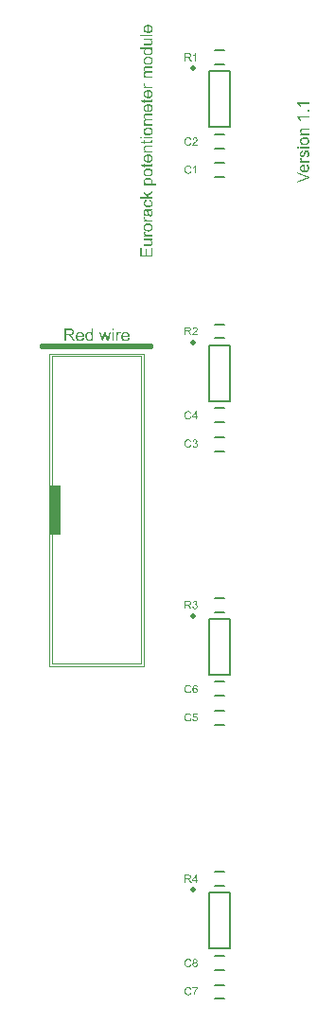
<source format=gto>
%FSLAX33Y33*%
%MOMM*%
%AMRR-H508000-W10160000-R152400-RO0.000*
21,1,9.8552,0.508,0.,0.,360*
21,1,10.16,0.2032,0.,0.,360*
1,1,0.3048,-4.9276,0.1016*
1,1,0.3048,4.9276,0.1016*
1,1,0.3048,4.9276,-0.1016*
1,1,0.3048,-4.9276,-0.1016*%
%ADD10C,0.2*%
%ADD11C,0.500001X0.000003*%
%ADD12C,0.15*%
%ADD13C,0.500001X0.000003*%
%ADD14C,0.1*%
%ADD15R,1.X4.5*%
%ADD16RR-H508000-W10160000-R152400-RO0.000*%
%ADD17C,0.500001X0.000003*%
%ADD18C,0.500001X0.000003*%
D10*
%LNtop silkscreen_traces*%
%LNtop silkscreen component 54b877865c8c6b60*%
G01*
X15100Y59750D02*
X15100Y64750D01*
X16900Y59750D02*
X16900Y64750D01*
X15100Y64750D02*
X16900Y64750D01*
X15100Y59750D02*
X16900Y59750D01*
D11*
X13600Y65005D03*
%LNtop silkscreen component ec987d63ba6e90ee*%
D12*
X16415Y34625D02*
X15585Y34625D01*
X16415Y33375D02*
X15585Y33375D01*
G36*
X13398Y33876D02*
X13493Y33852D01*
X13475Y33797D01*
X13451Y33749D01*
X13422Y33708D01*
X13386Y33674D01*
X13345Y33647D01*
X13300Y33628D01*
X13250Y33617D01*
X13197Y33613D01*
X13141Y33616D01*
X13092Y33625D01*
X13047Y33639D01*
X13008Y33660D01*
X12974Y33686D01*
X12945Y33718D01*
X12919Y33754D01*
X12898Y33796D01*
X12881Y33842D01*
X12870Y33889D01*
X12863Y33938D01*
X12860Y33988D01*
X12863Y34042D01*
X12871Y34093D01*
X12884Y34140D01*
X12903Y34183D01*
X12927Y34222D01*
X12955Y34257D01*
X12987Y34286D01*
X13024Y34310D01*
X13065Y34329D01*
X13107Y34342D01*
X13152Y34350D01*
X13198Y34353D01*
X13250Y34350D01*
X13297Y34339D01*
X13340Y34322D01*
X13379Y34298D01*
X13413Y34268D01*
X13441Y34233D01*
X13464Y34191D01*
X13481Y34145D01*
X13388Y34123D01*
X13374Y34159D01*
X13357Y34190D01*
X13338Y34216D01*
X13315Y34236D01*
X13290Y34252D01*
X13262Y34263D01*
X13230Y34270D01*
X13196Y34272D01*
X13157Y34270D01*
X13120Y34262D01*
X13088Y34250D01*
X13058Y34232D01*
X13033Y34211D01*
X13011Y34186D01*
X12994Y34158D01*
X12980Y34126D01*
X12970Y34093D01*
X12963Y34059D01*
X12959Y34024D01*
X12958Y33989D01*
X12959Y33945D01*
X12964Y33903D01*
X12973Y33865D01*
X12984Y33829D01*
X13000Y33797D01*
X13018Y33770D01*
X13041Y33747D01*
X13067Y33728D01*
X13096Y33713D01*
X13126Y33702D01*
X13157Y33696D01*
X13189Y33694D01*
X13227Y33697D01*
X13262Y33705D01*
X13294Y33720D01*
X13324Y33740D01*
X13349Y33765D01*
X13370Y33797D01*
X13386Y33834D01*
X13398Y33876D01*
X13398Y33876D01*
X14030Y34166D02*
X13943Y34159D01*
X13936Y34183D01*
X13929Y34203D01*
X13920Y34220D01*
X13909Y34234D01*
X13891Y34250D01*
X13870Y34262D01*
X13847Y34269D01*
X13822Y34271D01*
X13801Y34270D01*
X13782Y34266D01*
X13764Y34258D01*
X13748Y34248D01*
X13728Y34231D01*
X13711Y34211D01*
X13695Y34187D01*
X13682Y34160D01*
X13672Y34128D01*
X13664Y34089D01*
X13659Y34045D01*
X13658Y33994D01*
X13704Y33958D01*
X13695Y33946D01*
X13682Y33920D01*
X13674Y33890D01*
X13671Y33857D01*
X13671Y33857D01*
X13672Y33834D01*
X13676Y33812D01*
X13682Y33791D01*
X13690Y33770D01*
X13701Y33751D01*
X13714Y33733D01*
X13728Y33719D01*
X13744Y33707D01*
X13762Y33697D01*
X13780Y33690D01*
X13798Y33686D01*
X13817Y33685D01*
X13844Y33688D01*
X13869Y33696D01*
X13892Y33710D01*
X13913Y33730D01*
X13930Y33754D01*
X13943Y33783D01*
X13950Y33815D01*
X13953Y33852D01*
X13950Y33887D01*
X13943Y33918D01*
X13931Y33946D01*
X13913Y33969D01*
X13892Y33988D01*
X13869Y34001D01*
X13843Y34009D01*
X13814Y34012D01*
X13785Y34009D01*
X13759Y34001D01*
X13735Y33988D01*
X13713Y33969D01*
X13704Y33958D01*
X13658Y33994D01*
X13674Y34017D01*
X13693Y34036D01*
X13713Y34053D01*
X13735Y34066D01*
X13758Y34076D01*
X13782Y34083D01*
X13806Y34088D01*
X13831Y34089D01*
X13874Y34085D01*
X13913Y34073D01*
X13948Y34053D01*
X13981Y34025D01*
X14008Y33990D01*
X14027Y33950D01*
X14039Y33906D01*
X14043Y33857D01*
X14041Y33824D01*
X14036Y33792D01*
X14026Y33762D01*
X14014Y33732D01*
X13998Y33705D01*
X13979Y33681D01*
X13958Y33661D01*
X13934Y33644D01*
X13908Y33630D01*
X13880Y33620D01*
X13850Y33615D01*
X13819Y33613D01*
X13766Y33618D01*
X13719Y33633D01*
X13677Y33658D01*
X13639Y33694D01*
X13609Y33741D01*
X13587Y33801D01*
X13574Y33874D01*
X13570Y33960D01*
X13575Y34057D01*
X13589Y34139D01*
X13613Y34208D01*
X13647Y34262D01*
X13683Y34298D01*
X13725Y34323D01*
X13773Y34339D01*
X13827Y34344D01*
X13867Y34341D01*
X13904Y34332D01*
X13937Y34317D01*
X13965Y34296D01*
X13990Y34270D01*
X14009Y34240D01*
X14022Y34205D01*
X14030Y34166D01*
X14030Y34166D01*
G37*
%LNtop silkscreen component bd244cdf4675282d*%
D10*
X15100Y84250D02*
X15100Y89250D01*
X16900Y84250D02*
X16900Y89250D01*
X15100Y89250D02*
X16900Y89250D01*
X15100Y84250D02*
X16900Y84250D01*
D13*
X13600Y89505D03*
%LNtop silkscreen component 4844c5e462a7c31c*%
D12*
X15585Y79775D02*
X16415Y79775D01*
X15585Y81025D02*
X16415Y81025D01*
G36*
X13398Y80351D02*
X13493Y80327D01*
X13475Y80272D01*
X13451Y80224D01*
X13422Y80183D01*
X13386Y80149D01*
X13345Y80122D01*
X13300Y80103D01*
X13250Y80092D01*
X13197Y80088D01*
X13141Y80091D01*
X13092Y80100D01*
X13047Y80114D01*
X13008Y80135D01*
X12974Y80161D01*
X12945Y80193D01*
X12919Y80229D01*
X12898Y80271D01*
X12881Y80317D01*
X12870Y80364D01*
X12863Y80413D01*
X12860Y80463D01*
X12863Y80517D01*
X12871Y80568D01*
X12884Y80615D01*
X12903Y80658D01*
X12927Y80697D01*
X12955Y80732D01*
X12987Y80761D01*
X13024Y80785D01*
X13065Y80804D01*
X13107Y80817D01*
X13152Y80825D01*
X13198Y80828D01*
X13250Y80825D01*
X13297Y80814D01*
X13340Y80797D01*
X13379Y80773D01*
X13413Y80743D01*
X13441Y80708D01*
X13464Y80666D01*
X13481Y80620D01*
X13388Y80598D01*
X13374Y80634D01*
X13357Y80665D01*
X13338Y80691D01*
X13315Y80711D01*
X13290Y80727D01*
X13262Y80738D01*
X13230Y80745D01*
X13196Y80747D01*
X13157Y80745D01*
X13120Y80737D01*
X13088Y80725D01*
X13058Y80707D01*
X13033Y80686D01*
X13011Y80661D01*
X12994Y80633D01*
X12980Y80601D01*
X12970Y80568D01*
X12963Y80534D01*
X12959Y80499D01*
X12958Y80464D01*
X12959Y80420D01*
X12964Y80378D01*
X12973Y80340D01*
X12984Y80304D01*
X13000Y80272D01*
X13018Y80245D01*
X13041Y80222D01*
X13067Y80203D01*
X13096Y80188D01*
X13126Y80177D01*
X13157Y80171D01*
X13189Y80169D01*
X13227Y80172D01*
X13262Y80180D01*
X13294Y80195D01*
X13324Y80215D01*
X13349Y80240D01*
X13370Y80272D01*
X13386Y80309D01*
X13398Y80351D01*
X13398Y80351D01*
X13905Y80100D02*
X13817Y80100D01*
X13817Y80660D01*
X13800Y80645D01*
X13781Y80630D01*
X13758Y80615D01*
X13734Y80600D01*
X13709Y80585D01*
X13685Y80573D01*
X13663Y80563D01*
X13641Y80554D01*
X13641Y80639D01*
X13677Y80657D01*
X13711Y80677D01*
X13742Y80699D01*
X13770Y80723D01*
X13796Y80748D01*
X13817Y80772D01*
X13835Y80795D01*
X13848Y80819D01*
X13905Y80819D01*
X13905Y80100D01*
X13905Y80100D01*
G37*
%LNtop silkscreen component ad66eb5f7ad9457e*%
X15585Y6275D02*
X16415Y6275D01*
X15585Y7525D02*
X16415Y7525D01*
G36*
X13398Y6851D02*
X13493Y6827D01*
X13475Y6772D01*
X13451Y6724D01*
X13422Y6683D01*
X13386Y6649D01*
X13345Y6622D01*
X13300Y6603D01*
X13250Y6592D01*
X13197Y6588D01*
X13141Y6591D01*
X13092Y6600D01*
X13047Y6614D01*
X13008Y6635D01*
X12974Y6661D01*
X12945Y6693D01*
X12919Y6729D01*
X12898Y6771D01*
X12881Y6817D01*
X12870Y6864D01*
X12863Y6913D01*
X12860Y6963D01*
X12863Y7017D01*
X12871Y7068D01*
X12884Y7115D01*
X12903Y7158D01*
X12927Y7197D01*
X12955Y7232D01*
X12987Y7261D01*
X13024Y7285D01*
X13065Y7304D01*
X13107Y7317D01*
X13152Y7325D01*
X13198Y7328D01*
X13250Y7325D01*
X13297Y7314D01*
X13340Y7297D01*
X13379Y7273D01*
X13413Y7243D01*
X13441Y7208D01*
X13464Y7166D01*
X13481Y7120D01*
X13388Y7098D01*
X13374Y7134D01*
X13357Y7165D01*
X13338Y7191D01*
X13315Y7211D01*
X13290Y7227D01*
X13262Y7238D01*
X13230Y7245D01*
X13196Y7247D01*
X13157Y7245D01*
X13120Y7237D01*
X13088Y7225D01*
X13058Y7207D01*
X13033Y7186D01*
X13011Y7161D01*
X12994Y7133D01*
X12980Y7101D01*
X12970Y7068D01*
X12963Y7034D01*
X12959Y6999D01*
X12958Y6964D01*
X12959Y6920D01*
X12964Y6878D01*
X12973Y6840D01*
X12984Y6804D01*
X13000Y6772D01*
X13018Y6745D01*
X13041Y6722D01*
X13067Y6703D01*
X13096Y6688D01*
X13126Y6677D01*
X13157Y6671D01*
X13189Y6669D01*
X13227Y6672D01*
X13262Y6680D01*
X13294Y6695D01*
X13324Y6715D01*
X13349Y6740D01*
X13370Y6772D01*
X13386Y6809D01*
X13398Y6851D01*
X13398Y6851D01*
X13580Y7222D02*
X13580Y7307D01*
X14043Y7307D01*
X14043Y7238D01*
X14009Y7199D01*
X13975Y7153D01*
X13941Y7102D01*
X13908Y7045D01*
X13876Y6984D01*
X13848Y6923D01*
X13824Y6860D01*
X13804Y6797D01*
X13792Y6751D01*
X13782Y6703D01*
X13775Y6652D01*
X13770Y6600D01*
X13680Y6600D01*
X13683Y6644D01*
X13689Y6693D01*
X13699Y6746D01*
X13713Y6804D01*
X13731Y6863D01*
X13752Y6922D01*
X13776Y6979D01*
X13804Y7035D01*
X13834Y7088D01*
X13865Y7137D01*
X13898Y7182D01*
X13930Y7222D01*
X13580Y7222D01*
X13580Y7222D01*
G37*
%LNtop silkscreen component 1e8cbf461f4e0159*%
X15585Y55275D02*
X16415Y55275D01*
X15585Y56525D02*
X16415Y56525D01*
G36*
X13398Y55851D02*
X13493Y55827D01*
X13475Y55772D01*
X13451Y55724D01*
X13422Y55683D01*
X13386Y55649D01*
X13345Y55622D01*
X13300Y55603D01*
X13250Y55592D01*
X13197Y55588D01*
X13141Y55591D01*
X13092Y55600D01*
X13047Y55614D01*
X13008Y55635D01*
X12974Y55661D01*
X12945Y55693D01*
X12919Y55729D01*
X12898Y55771D01*
X12881Y55817D01*
X12870Y55864D01*
X12863Y55913D01*
X12860Y55963D01*
X12863Y56017D01*
X12871Y56068D01*
X12884Y56115D01*
X12903Y56158D01*
X12927Y56197D01*
X12955Y56232D01*
X12987Y56261D01*
X13024Y56285D01*
X13065Y56304D01*
X13107Y56317D01*
X13152Y56325D01*
X13198Y56328D01*
X13250Y56325D01*
X13297Y56314D01*
X13340Y56297D01*
X13379Y56273D01*
X13413Y56243D01*
X13441Y56208D01*
X13464Y56166D01*
X13481Y56120D01*
X13388Y56098D01*
X13374Y56134D01*
X13357Y56165D01*
X13338Y56191D01*
X13315Y56211D01*
X13290Y56227D01*
X13262Y56238D01*
X13230Y56245D01*
X13196Y56247D01*
X13157Y56245D01*
X13120Y56237D01*
X13088Y56225D01*
X13058Y56207D01*
X13033Y56186D01*
X13011Y56161D01*
X12994Y56133D01*
X12980Y56101D01*
X12970Y56068D01*
X12963Y56034D01*
X12959Y55999D01*
X12958Y55964D01*
X12959Y55920D01*
X12964Y55878D01*
X12973Y55840D01*
X12984Y55804D01*
X13000Y55772D01*
X13018Y55745D01*
X13041Y55722D01*
X13067Y55703D01*
X13096Y55688D01*
X13126Y55677D01*
X13157Y55671D01*
X13189Y55669D01*
X13227Y55672D01*
X13262Y55680D01*
X13294Y55695D01*
X13324Y55715D01*
X13349Y55740D01*
X13370Y55772D01*
X13386Y55809D01*
X13398Y55851D01*
X13398Y55851D01*
X13575Y55789D02*
X13662Y55801D01*
X13671Y55766D01*
X13683Y55736D01*
X13697Y55712D01*
X13714Y55693D01*
X13733Y55679D01*
X13754Y55668D01*
X13777Y55662D01*
X13803Y55660D01*
X13832Y55663D01*
X13860Y55671D01*
X13885Y55684D01*
X13907Y55703D01*
X13926Y55726D01*
X13939Y55751D01*
X13947Y55779D01*
X13950Y55809D01*
X13948Y55838D01*
X13940Y55865D01*
X13928Y55888D01*
X13910Y55909D01*
X13889Y55927D01*
X13866Y55939D01*
X13839Y55946D01*
X13810Y55949D01*
X13797Y55948D01*
X13782Y55946D01*
X13766Y55943D01*
X13748Y55939D01*
X13758Y56016D01*
X13762Y56016D01*
X13766Y56015D01*
X13769Y56015D01*
X13772Y56015D01*
X13799Y56017D01*
X13825Y56022D01*
X13850Y56032D01*
X13873Y56044D01*
X13893Y56061D01*
X13907Y56082D01*
X13915Y56106D01*
X13918Y56135D01*
X13916Y56158D01*
X13910Y56179D01*
X13899Y56198D01*
X13885Y56215D01*
X13868Y56229D01*
X13848Y56239D01*
X13825Y56245D01*
X13801Y56246D01*
X13776Y56244D01*
X13754Y56238D01*
X13733Y56228D01*
X13715Y56214D01*
X13700Y56196D01*
X13687Y56174D01*
X13678Y56148D01*
X13671Y56118D01*
X13583Y56133D01*
X13594Y56175D01*
X13610Y56212D01*
X13631Y56243D01*
X13657Y56270D01*
X13687Y56291D01*
X13721Y56307D01*
X13758Y56316D01*
X13799Y56319D01*
X13827Y56317D01*
X13855Y56312D01*
X13881Y56305D01*
X13907Y56294D01*
X13930Y56280D01*
X13950Y56264D01*
X13967Y56246D01*
X13982Y56225D01*
X13993Y56203D01*
X14002Y56180D01*
X14006Y56157D01*
X14008Y56133D01*
X14007Y56110D01*
X14002Y56088D01*
X13994Y56068D01*
X13983Y56048D01*
X13969Y56030D01*
X13952Y56014D01*
X13932Y56000D01*
X13909Y55988D01*
X13939Y55978D01*
X13966Y55965D01*
X13989Y55948D01*
X14008Y55927D01*
X14023Y55902D01*
X14034Y55875D01*
X14041Y55845D01*
X14043Y55811D01*
X14039Y55766D01*
X14026Y55725D01*
X14005Y55687D01*
X13975Y55652D01*
X13938Y55624D01*
X13898Y55604D01*
X13852Y55591D01*
X13802Y55587D01*
X13757Y55591D01*
X13716Y55601D01*
X13679Y55619D01*
X13646Y55643D01*
X13618Y55674D01*
X13597Y55708D01*
X13582Y55746D01*
X13575Y55789D01*
X13575Y55789D01*
G37*
%LNtop silkscreen component 342f6c2ee5101998*%
D14*
X0750Y36000D02*
X0750Y64000D01*
X9250Y64000*
X9250Y36000*
X0750Y36000*
X1000Y36250D02*
X1000Y63750D01*
X9000Y63750*
X9000Y36250*
X1000Y36250*
D15*
X1250Y50025D03*
D16*
X5000Y64605D03*
G36*
X2113Y65138D02*
X2113Y66229D01*
X2597Y66229D01*
X2665Y66227D01*
X2725Y66222D01*
X2776Y66212D01*
X2819Y66200D01*
X2855Y66182D01*
X2887Y66159D01*
X2915Y66130D01*
X2940Y66096D01*
X2960Y66058D01*
X2974Y66017D01*
X2982Y65975D01*
X2985Y65931D01*
X2981Y65875D01*
X2966Y65824D01*
X2943Y65778D01*
X2910Y65736D01*
X2867Y65699D01*
X2814Y65670D01*
X2751Y65649D01*
X2715Y65642D01*
X2692Y65759D01*
X2723Y65768D01*
X2749Y65780D01*
X2772Y65795D01*
X2791Y65812D01*
X2807Y65833D01*
X2820Y65856D01*
X2829Y65880D01*
X2835Y65905D01*
X2836Y65931D01*
X2833Y65968D01*
X2822Y66002D01*
X2805Y66032D01*
X2780Y66059D01*
X2748Y66080D01*
X2708Y66096D01*
X2659Y66105D01*
X2603Y66108D01*
X2257Y66108D01*
X2257Y65747D01*
X2257Y65747D01*
X2568Y65747D01*
X2615Y65749D01*
X2656Y65753D01*
X2692Y65759D01*
X2715Y65642D01*
X2678Y65634D01*
X2705Y65621D01*
X2728Y65607D01*
X2748Y65593D01*
X2765Y65580D01*
X2796Y65549D01*
X2827Y65515D01*
X2856Y65477D01*
X2885Y65435D01*
X3075Y65138D01*
X2893Y65138D01*
X2749Y65365D01*
X2718Y65411D01*
X2691Y65452D01*
X2666Y65486D01*
X2644Y65515D01*
X2625Y65539D01*
X2606Y65560D01*
X2588Y65576D01*
X2571Y65588D01*
X2555Y65598D01*
X2538Y65606D01*
X2522Y65612D01*
X2505Y65617D01*
X2491Y65620D01*
X2473Y65621D01*
X2451Y65622D01*
X2425Y65622D01*
X2257Y65622D01*
X2257Y65138D01*
X2113Y65138D01*
X2113Y65138D01*
X3735Y65392D02*
X3874Y65375D01*
X3854Y65318D01*
X3827Y65268D01*
X3793Y65224D01*
X3752Y65187D01*
X3705Y65158D01*
X3652Y65137D01*
X3592Y65124D01*
X3526Y65120D01*
X3444Y65127D01*
X3371Y65147D01*
X3307Y65180D01*
X3251Y65227D01*
X3207Y65286D01*
X3175Y65355D01*
X3156Y65435D01*
X3150Y65526D01*
X3156Y65621D01*
X3175Y65704D01*
X3207Y65775D01*
X3252Y65836D01*
X3308Y65884D01*
X3370Y65919D01*
X3441Y65939D01*
X3519Y65946D01*
X3530Y65945D01*
X3520Y65836D01*
X3476Y65832D01*
X3435Y65821D01*
X3398Y65801D01*
X3365Y65774D01*
X3337Y65741D01*
X3316Y65702D01*
X3302Y65658D01*
X3296Y65609D01*
X3296Y65609D01*
X3737Y65609D01*
X3730Y65656D01*
X3720Y65696D01*
X3705Y65731D01*
X3686Y65759D01*
X3652Y65792D01*
X3613Y65817D01*
X3569Y65831D01*
X3520Y65836D01*
X3530Y65945D01*
X3594Y65939D01*
X3663Y65919D01*
X3724Y65885D01*
X3778Y65838D01*
X3822Y65779D01*
X3853Y65708D01*
X3872Y65627D01*
X3878Y65535D01*
X3878Y65528D01*
X3878Y65520D01*
X3878Y65510D01*
X3877Y65499D01*
X3288Y65499D01*
X3296Y65438D01*
X3310Y65384D01*
X3332Y65338D01*
X3362Y65299D01*
X3397Y65269D01*
X3436Y65248D01*
X3480Y65235D01*
X3527Y65230D01*
X3562Y65233D01*
X3595Y65240D01*
X3625Y65252D01*
X3653Y65269D01*
X3677Y65291D01*
X3699Y65319D01*
X3719Y65353D01*
X3735Y65392D01*
X3735Y65392D01*
X4555Y65138D02*
X4555Y65238D01*
X4494Y65300D01*
X4496Y65302D01*
X4522Y65343D01*
X4542Y65393D01*
X4553Y65452D01*
X4557Y65521D01*
X4553Y65597D01*
X4541Y65662D01*
X4522Y65716D01*
X4494Y65759D01*
X4461Y65793D01*
X4425Y65816D01*
X4384Y65831D01*
X4340Y65835D01*
X4298Y65831D01*
X4258Y65817D01*
X4223Y65794D01*
X4191Y65762D01*
X4165Y65721D01*
X4146Y65668D01*
X4135Y65606D01*
X4131Y65532D01*
X4131Y65532D01*
X4135Y65461D01*
X4147Y65400D01*
X4167Y65348D01*
X4195Y65305D01*
X4229Y65273D01*
X4265Y65249D01*
X4304Y65235D01*
X4346Y65230D01*
X4389Y65235D01*
X4428Y65248D01*
X4463Y65271D01*
X4494Y65300D01*
X4555Y65238D01*
X4513Y65186D01*
X4462Y65150D01*
X4402Y65127D01*
X4334Y65120D01*
X4287Y65123D01*
X4243Y65133D01*
X4200Y65149D01*
X4160Y65172D01*
X4123Y65201D01*
X4090Y65235D01*
X4061Y65274D01*
X4037Y65318D01*
X4018Y65366D01*
X4004Y65418D01*
X3996Y65473D01*
X3994Y65532D01*
X3996Y65590D01*
X4003Y65645D01*
X4016Y65698D01*
X4033Y65747D01*
X4055Y65792D01*
X4082Y65832D01*
X4114Y65866D01*
X4151Y65895D01*
X4192Y65917D01*
X4235Y65933D01*
X4280Y65943D01*
X4328Y65946D01*
X4362Y65944D01*
X4395Y65939D01*
X4426Y65929D01*
X4455Y65916D01*
X4482Y65900D01*
X4506Y65881D01*
X4527Y65861D01*
X4546Y65837D01*
X4546Y66229D01*
X4679Y66229D01*
X4679Y65138D01*
X4555Y65138D01*
X4555Y65138D01*
X5459Y65138D02*
X5217Y65928D01*
X5355Y65928D01*
X5481Y65472D01*
X5528Y65302D01*
X5532Y65317D01*
X5540Y65350D01*
X5552Y65399D01*
X5569Y65465D01*
X5695Y65928D01*
X5832Y65928D01*
X5951Y65470D01*
X5990Y65319D01*
X6036Y65471D01*
X6171Y65928D01*
X6301Y65928D01*
X6054Y65138D01*
X5915Y65138D01*
X5789Y65611D01*
X5759Y65746D01*
X5599Y65138D01*
X5459Y65138D01*
X5459Y65138D01*
X6414Y65138D02*
X6414Y65928D01*
X6548Y65928D01*
X6548Y65138D01*
X6414Y65138D01*
X6414Y65138D01*
X6414Y66075D02*
X6414Y66229D01*
X6548Y66229D01*
X6548Y66075D01*
X6414Y66075D01*
X6414Y66075D01*
X6751Y65138D02*
X6751Y65928D01*
X6871Y65928D01*
X6871Y65808D01*
X6894Y65847D01*
X6916Y65878D01*
X6936Y65902D01*
X6956Y65919D01*
X6976Y65931D01*
X6997Y65939D01*
X7019Y65944D01*
X7042Y65946D01*
X7076Y65943D01*
X7111Y65935D01*
X7145Y65922D01*
X7180Y65903D01*
X7134Y65779D01*
X7109Y65791D01*
X7085Y65800D01*
X7060Y65806D01*
X7036Y65808D01*
X7014Y65806D01*
X6994Y65801D01*
X6975Y65793D01*
X6957Y65781D01*
X6940Y65767D01*
X6927Y65750D01*
X6916Y65730D01*
X6907Y65708D01*
X6897Y65671D01*
X6890Y65633D01*
X6886Y65593D01*
X6885Y65552D01*
X6885Y65138D01*
X6751Y65138D01*
X6751Y65138D01*
X7801Y65392D02*
X7939Y65375D01*
X7919Y65318D01*
X7892Y65268D01*
X7858Y65224D01*
X7818Y65187D01*
X7770Y65158D01*
X7717Y65137D01*
X7657Y65124D01*
X7591Y65120D01*
X7509Y65127D01*
X7436Y65147D01*
X7372Y65180D01*
X7316Y65227D01*
X7272Y65286D01*
X7240Y65355D01*
X7221Y65435D01*
X7215Y65526D01*
X7221Y65621D01*
X7241Y65704D01*
X7273Y65775D01*
X7318Y65836D01*
X7373Y65884D01*
X7436Y65919D01*
X7506Y65939D01*
X7584Y65946D01*
X7595Y65945D01*
X7585Y65836D01*
X7541Y65832D01*
X7501Y65821D01*
X7464Y65801D01*
X7430Y65774D01*
X7402Y65741D01*
X7382Y65702D01*
X7368Y65658D01*
X7361Y65609D01*
X7361Y65609D01*
X7802Y65609D01*
X7796Y65656D01*
X7785Y65696D01*
X7770Y65731D01*
X7751Y65759D01*
X7717Y65792D01*
X7678Y65817D01*
X7634Y65831D01*
X7585Y65836D01*
X7595Y65945D01*
X7660Y65939D01*
X7728Y65919D01*
X7789Y65885D01*
X7843Y65838D01*
X7887Y65779D01*
X7918Y65708D01*
X7937Y65627D01*
X7943Y65535D01*
X7943Y65528D01*
X7943Y65520D01*
X7943Y65510D01*
X7943Y65499D01*
X7353Y65499D01*
X7361Y65438D01*
X7375Y65384D01*
X7398Y65338D01*
X7427Y65299D01*
X7462Y65269D01*
X7501Y65248D01*
X7545Y65235D01*
X7592Y65230D01*
X7628Y65233D01*
X7660Y65240D01*
X7691Y65252D01*
X7718Y65269D01*
X7743Y65291D01*
X7765Y65319D01*
X7784Y65353D01*
X7801Y65392D01*
X7801Y65392D01*
G37*
%LNtop silkscreen component f1d5df593f81f1a4*%
D12*
X16415Y42125D02*
X15585Y42125D01*
X16415Y40875D02*
X15585Y40875D01*
G36*
X12889Y41150D02*
X12889Y41866D01*
X13206Y41866D01*
X13251Y41865D01*
X13291Y41861D01*
X13324Y41855D01*
X13352Y41847D01*
X13376Y41835D01*
X13397Y41820D01*
X13415Y41801D01*
X13431Y41778D01*
X13444Y41753D01*
X13454Y41727D01*
X13459Y41699D01*
X13461Y41671D01*
X13458Y41634D01*
X13449Y41600D01*
X13433Y41570D01*
X13412Y41542D01*
X13384Y41518D01*
X13349Y41499D01*
X13308Y41485D01*
X13284Y41480D01*
X13269Y41557D01*
X13289Y41563D01*
X13306Y41571D01*
X13321Y41581D01*
X13334Y41593D01*
X13345Y41606D01*
X13353Y41621D01*
X13359Y41637D01*
X13362Y41653D01*
X13364Y41671D01*
X13361Y41695D01*
X13354Y41717D01*
X13343Y41737D01*
X13327Y41754D01*
X13306Y41768D01*
X13279Y41779D01*
X13247Y41785D01*
X13210Y41787D01*
X12984Y41787D01*
X12984Y41550D01*
X12984Y41550D01*
X13187Y41550D01*
X13218Y41551D01*
X13245Y41553D01*
X13269Y41557D01*
X13284Y41480D01*
X13260Y41476D01*
X13277Y41467D01*
X13293Y41458D01*
X13306Y41449D01*
X13317Y41440D01*
X13337Y41420D01*
X13357Y41397D01*
X13376Y41372D01*
X13395Y41345D01*
X13520Y41150D01*
X13401Y41150D01*
X13306Y41299D01*
X13286Y41329D01*
X13268Y41356D01*
X13252Y41379D01*
X13238Y41398D01*
X13225Y41413D01*
X13212Y41427D01*
X13200Y41437D01*
X13190Y41445D01*
X13179Y41452D01*
X13168Y41457D01*
X13157Y41461D01*
X13146Y41464D01*
X13137Y41466D01*
X13125Y41467D01*
X13111Y41468D01*
X13094Y41468D01*
X12984Y41468D01*
X12984Y41150D01*
X12889Y41150D01*
X12889Y41150D01*
X13575Y41339D02*
X13662Y41351D01*
X13671Y41316D01*
X13683Y41286D01*
X13697Y41262D01*
X13714Y41243D01*
X13733Y41229D01*
X13754Y41218D01*
X13777Y41212D01*
X13803Y41210D01*
X13832Y41213D01*
X13860Y41221D01*
X13885Y41234D01*
X13907Y41253D01*
X13926Y41276D01*
X13939Y41301D01*
X13947Y41329D01*
X13950Y41359D01*
X13948Y41388D01*
X13940Y41415D01*
X13928Y41438D01*
X13910Y41459D01*
X13889Y41477D01*
X13866Y41489D01*
X13839Y41496D01*
X13810Y41499D01*
X13797Y41498D01*
X13782Y41496D01*
X13766Y41493D01*
X13748Y41489D01*
X13758Y41566D01*
X13762Y41566D01*
X13766Y41565D01*
X13769Y41565D01*
X13772Y41565D01*
X13799Y41567D01*
X13825Y41572D01*
X13850Y41582D01*
X13873Y41594D01*
X13893Y41611D01*
X13907Y41632D01*
X13915Y41656D01*
X13918Y41685D01*
X13916Y41708D01*
X13910Y41729D01*
X13899Y41748D01*
X13885Y41765D01*
X13868Y41779D01*
X13848Y41789D01*
X13825Y41794D01*
X13801Y41796D01*
X13776Y41794D01*
X13754Y41788D01*
X13733Y41778D01*
X13715Y41764D01*
X13700Y41746D01*
X13687Y41724D01*
X13678Y41698D01*
X13671Y41668D01*
X13583Y41683D01*
X13594Y41725D01*
X13610Y41762D01*
X13631Y41793D01*
X13657Y41820D01*
X13687Y41841D01*
X13721Y41857D01*
X13758Y41866D01*
X13799Y41869D01*
X13827Y41867D01*
X13855Y41862D01*
X13881Y41855D01*
X13907Y41844D01*
X13930Y41830D01*
X13950Y41814D01*
X13967Y41796D01*
X13982Y41775D01*
X13993Y41753D01*
X14002Y41730D01*
X14006Y41707D01*
X14008Y41683D01*
X14007Y41660D01*
X14002Y41638D01*
X13994Y41618D01*
X13983Y41598D01*
X13969Y41580D01*
X13952Y41564D01*
X13932Y41550D01*
X13909Y41538D01*
X13939Y41528D01*
X13966Y41515D01*
X13989Y41498D01*
X14008Y41477D01*
X14023Y41452D01*
X14034Y41425D01*
X14041Y41395D01*
X14043Y41361D01*
X14039Y41316D01*
X14026Y41275D01*
X14005Y41237D01*
X13975Y41202D01*
X13938Y41174D01*
X13898Y41154D01*
X13852Y41141D01*
X13802Y41137D01*
X13757Y41141D01*
X13716Y41151D01*
X13679Y41169D01*
X13646Y41193D01*
X13618Y41224D01*
X13597Y41258D01*
X13582Y41296D01*
X13575Y41339D01*
X13575Y41339D01*
G37*
%LNtop silkscreen component fc347e21ca2c40c2*%
X16415Y10125D02*
X15585Y10125D01*
X16415Y8875D02*
X15585Y8875D01*
G36*
X13398Y9376D02*
X13493Y9352D01*
X13475Y9297D01*
X13451Y9249D01*
X13422Y9208D01*
X13386Y9174D01*
X13345Y9147D01*
X13300Y9128D01*
X13250Y9117D01*
X13197Y9113D01*
X13141Y9116D01*
X13092Y9125D01*
X13047Y9139D01*
X13008Y9160D01*
X12974Y9186D01*
X12945Y9218D01*
X12919Y9254D01*
X12898Y9296D01*
X12881Y9342D01*
X12870Y9389D01*
X12863Y9438D01*
X12860Y9488D01*
X12863Y9542D01*
X12871Y9593D01*
X12884Y9640D01*
X12903Y9683D01*
X12927Y9722D01*
X12955Y9757D01*
X12987Y9786D01*
X13024Y9810D01*
X13065Y9829D01*
X13107Y9842D01*
X13152Y9850D01*
X13198Y9853D01*
X13250Y9850D01*
X13297Y9839D01*
X13340Y9822D01*
X13379Y9798D01*
X13413Y9768D01*
X13441Y9733D01*
X13464Y9691D01*
X13481Y9645D01*
X13388Y9623D01*
X13374Y9659D01*
X13357Y9690D01*
X13338Y9716D01*
X13315Y9736D01*
X13290Y9752D01*
X13262Y9763D01*
X13230Y9770D01*
X13196Y9772D01*
X13157Y9770D01*
X13120Y9762D01*
X13088Y9750D01*
X13058Y9732D01*
X13033Y9711D01*
X13011Y9686D01*
X12994Y9658D01*
X12980Y9626D01*
X12970Y9593D01*
X12963Y9559D01*
X12959Y9524D01*
X12958Y9489D01*
X12959Y9445D01*
X12964Y9403D01*
X12973Y9365D01*
X12984Y9329D01*
X13000Y9297D01*
X13018Y9270D01*
X13041Y9247D01*
X13067Y9228D01*
X13096Y9213D01*
X13126Y9202D01*
X13157Y9196D01*
X13189Y9194D01*
X13227Y9197D01*
X13262Y9205D01*
X13294Y9220D01*
X13324Y9240D01*
X13349Y9265D01*
X13370Y9297D01*
X13386Y9334D01*
X13398Y9376D01*
X13398Y9376D01*
X13709Y9513D02*
X13738Y9458D01*
X13726Y9452D01*
X13704Y9434D01*
X13686Y9412D01*
X13674Y9388D01*
X13666Y9361D01*
X13663Y9332D01*
X13663Y9332D01*
X13665Y9313D01*
X13668Y9295D01*
X13673Y9277D01*
X13681Y9259D01*
X13691Y9242D01*
X13703Y9228D01*
X13718Y9215D01*
X13734Y9204D01*
X13752Y9196D01*
X13771Y9190D01*
X13790Y9186D01*
X13810Y9185D01*
X13840Y9188D01*
X13867Y9195D01*
X13892Y9208D01*
X13914Y9226D01*
X13932Y9247D01*
X13945Y9272D01*
X13952Y9299D01*
X13955Y9329D01*
X13952Y9359D01*
X13944Y9387D01*
X13931Y9411D01*
X13913Y9434D01*
X13890Y9452D01*
X13865Y9465D01*
X13837Y9473D01*
X13807Y9475D01*
X13777Y9473D01*
X13750Y9465D01*
X13738Y9458D01*
X13709Y9513D01*
X13742Y9565D01*
X13762Y9555D01*
X13784Y9549D01*
X13809Y9547D01*
X13834Y9549D01*
X13856Y9555D01*
X13875Y9565D01*
X13893Y9579D01*
X13907Y9596D01*
X13917Y9614D01*
X13923Y9635D01*
X13925Y9657D01*
X13923Y9680D01*
X13917Y9702D01*
X13906Y9721D01*
X13892Y9739D01*
X13874Y9753D01*
X13854Y9763D01*
X13832Y9769D01*
X13808Y9771D01*
X13784Y9769D01*
X13762Y9763D01*
X13743Y9753D01*
X13725Y9739D01*
X13710Y9722D01*
X13700Y9704D01*
X13694Y9684D01*
X13692Y9662D01*
X13692Y9662D01*
X13694Y9638D01*
X13700Y9616D01*
X13710Y9596D01*
X13724Y9579D01*
X13742Y9565D01*
X13709Y9513D01*
X13684Y9524D01*
X13662Y9537D01*
X13643Y9553D01*
X13628Y9570D01*
X13617Y9590D01*
X13608Y9611D01*
X13604Y9634D01*
X13602Y9659D01*
X13605Y9697D01*
X13616Y9731D01*
X13633Y9762D01*
X13658Y9791D01*
X13688Y9814D01*
X13723Y9830D01*
X13763Y9840D01*
X13807Y9844D01*
X13852Y9840D01*
X13892Y9830D01*
X13927Y9813D01*
X13958Y9789D01*
X13983Y9761D01*
X14001Y9729D01*
X14012Y9694D01*
X14015Y9657D01*
X14014Y9633D01*
X14009Y9610D01*
X14001Y9589D01*
X13989Y9570D01*
X13975Y9553D01*
X13956Y9537D01*
X13935Y9524D01*
X13910Y9513D01*
X13941Y9501D01*
X13968Y9485D01*
X13991Y9466D01*
X14010Y9444D01*
X14025Y9419D01*
X14036Y9391D01*
X14043Y9362D01*
X14045Y9330D01*
X14041Y9286D01*
X14029Y9245D01*
X14008Y9208D01*
X13980Y9175D01*
X13945Y9148D01*
X13905Y9128D01*
X13859Y9117D01*
X13809Y9113D01*
X13758Y9117D01*
X13713Y9128D01*
X13673Y9148D01*
X13638Y9176D01*
X13610Y9209D01*
X13589Y9246D01*
X13577Y9287D01*
X13573Y9332D01*
X13575Y9366D01*
X13582Y9396D01*
X13593Y9424D01*
X13608Y9449D01*
X13628Y9471D01*
X13651Y9489D01*
X13678Y9503D01*
X13709Y9513D01*
X13709Y9513D01*
G37*
%LNtop silkscreen component a7ff6b6d77965276*%
X16415Y83625D02*
X15585Y83625D01*
X16415Y82375D02*
X15585Y82375D01*
G36*
X13398Y82876D02*
X13493Y82852D01*
X13475Y82797D01*
X13451Y82749D01*
X13422Y82708D01*
X13386Y82674D01*
X13345Y82647D01*
X13300Y82628D01*
X13250Y82617D01*
X13197Y82613D01*
X13141Y82616D01*
X13092Y82625D01*
X13047Y82639D01*
X13008Y82660D01*
X12974Y82686D01*
X12945Y82718D01*
X12919Y82754D01*
X12898Y82796D01*
X12881Y82842D01*
X12870Y82889D01*
X12863Y82938D01*
X12860Y82988D01*
X12863Y83042D01*
X12871Y83093D01*
X12884Y83140D01*
X12903Y83183D01*
X12927Y83222D01*
X12955Y83257D01*
X12987Y83286D01*
X13024Y83310D01*
X13065Y83329D01*
X13107Y83342D01*
X13152Y83350D01*
X13198Y83353D01*
X13250Y83350D01*
X13297Y83339D01*
X13340Y83322D01*
X13379Y83298D01*
X13413Y83268D01*
X13441Y83233D01*
X13464Y83191D01*
X13481Y83145D01*
X13388Y83123D01*
X13374Y83159D01*
X13357Y83190D01*
X13338Y83216D01*
X13315Y83236D01*
X13290Y83252D01*
X13262Y83263D01*
X13230Y83270D01*
X13196Y83272D01*
X13157Y83270D01*
X13120Y83262D01*
X13088Y83250D01*
X13058Y83232D01*
X13033Y83211D01*
X13011Y83186D01*
X12994Y83158D01*
X12980Y83126D01*
X12970Y83093D01*
X12963Y83059D01*
X12959Y83024D01*
X12958Y82989D01*
X12959Y82945D01*
X12964Y82903D01*
X12973Y82865D01*
X12984Y82829D01*
X13000Y82797D01*
X13018Y82770D01*
X13041Y82747D01*
X13067Y82728D01*
X13096Y82713D01*
X13126Y82702D01*
X13157Y82696D01*
X13189Y82694D01*
X13227Y82697D01*
X13262Y82705D01*
X13294Y82720D01*
X13324Y82740D01*
X13349Y82765D01*
X13370Y82797D01*
X13386Y82834D01*
X13398Y82876D01*
X13398Y82876D01*
X14036Y82709D02*
X14036Y82625D01*
X13563Y82625D01*
X13563Y82641D01*
X13565Y82656D01*
X13568Y82671D01*
X13573Y82686D01*
X13583Y82710D01*
X13597Y82734D01*
X13612Y82758D01*
X13631Y82781D01*
X13653Y82806D01*
X13680Y82832D01*
X13711Y82860D01*
X13746Y82890D01*
X13800Y82935D01*
X13844Y82975D01*
X13878Y83011D01*
X13904Y83041D01*
X13922Y83069D01*
X13934Y83096D01*
X13942Y83122D01*
X13945Y83147D01*
X13942Y83172D01*
X13935Y83195D01*
X13924Y83216D01*
X13907Y83235D01*
X13887Y83251D01*
X13864Y83262D01*
X13838Y83269D01*
X13810Y83271D01*
X13780Y83269D01*
X13753Y83261D01*
X13729Y83250D01*
X13708Y83233D01*
X13692Y83212D01*
X13680Y83187D01*
X13672Y83159D01*
X13670Y83127D01*
X13579Y83137D01*
X13587Y83184D01*
X13601Y83226D01*
X13622Y83261D01*
X13649Y83291D01*
X13682Y83314D01*
X13720Y83331D01*
X13763Y83340D01*
X13812Y83344D01*
X13861Y83340D01*
X13904Y83329D01*
X13942Y83312D01*
X13975Y83287D01*
X14001Y83256D01*
X14020Y83223D01*
X14031Y83186D01*
X14035Y83145D01*
X14034Y83124D01*
X14031Y83102D01*
X14025Y83081D01*
X14017Y83061D01*
X14007Y83040D01*
X13994Y83018D01*
X13978Y82996D01*
X13959Y82973D01*
X13935Y82948D01*
X13905Y82919D01*
X13868Y82885D01*
X13824Y82847D01*
X13788Y82817D01*
X13759Y82791D01*
X13737Y82772D01*
X13722Y82757D01*
X13711Y82745D01*
X13701Y82733D01*
X13693Y82721D01*
X13685Y82709D01*
X14036Y82709D01*
X14036Y82709D01*
G37*
%LNtop silkscreen component be414f40d5ea6e4f*%
X16415Y59125D02*
X15585Y59125D01*
X16415Y57875D02*
X15585Y57875D01*
G36*
X13398Y58376D02*
X13493Y58352D01*
X13475Y58297D01*
X13451Y58249D01*
X13422Y58208D01*
X13386Y58174D01*
X13345Y58147D01*
X13300Y58128D01*
X13250Y58117D01*
X13197Y58113D01*
X13141Y58116D01*
X13092Y58125D01*
X13047Y58139D01*
X13008Y58160D01*
X12974Y58186D01*
X12945Y58218D01*
X12919Y58254D01*
X12898Y58296D01*
X12881Y58342D01*
X12870Y58389D01*
X12863Y58438D01*
X12860Y58488D01*
X12863Y58542D01*
X12871Y58593D01*
X12884Y58640D01*
X12903Y58683D01*
X12927Y58722D01*
X12955Y58757D01*
X12987Y58786D01*
X13024Y58810D01*
X13065Y58829D01*
X13107Y58842D01*
X13152Y58850D01*
X13198Y58853D01*
X13250Y58850D01*
X13297Y58839D01*
X13340Y58822D01*
X13379Y58798D01*
X13413Y58768D01*
X13441Y58733D01*
X13464Y58691D01*
X13481Y58645D01*
X13388Y58623D01*
X13374Y58659D01*
X13357Y58690D01*
X13338Y58716D01*
X13315Y58736D01*
X13290Y58752D01*
X13262Y58763D01*
X13230Y58770D01*
X13196Y58772D01*
X13157Y58770D01*
X13120Y58762D01*
X13088Y58750D01*
X13058Y58732D01*
X13033Y58711D01*
X13011Y58686D01*
X12994Y58658D01*
X12980Y58626D01*
X12970Y58593D01*
X12963Y58559D01*
X12959Y58524D01*
X12958Y58489D01*
X12959Y58445D01*
X12964Y58403D01*
X12973Y58365D01*
X12984Y58329D01*
X13000Y58297D01*
X13018Y58270D01*
X13041Y58247D01*
X13067Y58228D01*
X13096Y58213D01*
X13126Y58202D01*
X13157Y58196D01*
X13189Y58194D01*
X13227Y58197D01*
X13262Y58205D01*
X13294Y58220D01*
X13324Y58240D01*
X13349Y58265D01*
X13370Y58297D01*
X13386Y58334D01*
X13398Y58376D01*
X13398Y58376D01*
X13856Y58125D02*
X13856Y58296D01*
X13545Y58296D01*
X13545Y58377D01*
X13800Y58739D01*
X13856Y58700D01*
X13632Y58377D01*
X13856Y58377D01*
X13856Y58377D01*
X13856Y58700D01*
X13800Y58739D01*
X13872Y58841D01*
X13944Y58841D01*
X13944Y58377D01*
X14040Y58377D01*
X14040Y58296D01*
X13944Y58296D01*
X13944Y58125D01*
X13856Y58125D01*
X13856Y58125D01*
G37*
%LNtop silkscreen component b15d75c6ec27c82e*%
X16415Y17625D02*
X15585Y17625D01*
X16415Y16375D02*
X15585Y16375D01*
G36*
X12889Y16650D02*
X12889Y17366D01*
X13206Y17366D01*
X13251Y17365D01*
X13291Y17361D01*
X13324Y17355D01*
X13352Y17347D01*
X13376Y17335D01*
X13397Y17320D01*
X13415Y17301D01*
X13431Y17278D01*
X13444Y17253D01*
X13454Y17227D01*
X13459Y17199D01*
X13461Y17171D01*
X13458Y17134D01*
X13449Y17100D01*
X13433Y17070D01*
X13412Y17042D01*
X13384Y17018D01*
X13349Y16999D01*
X13308Y16985D01*
X13284Y16980D01*
X13269Y17057D01*
X13289Y17063D01*
X13306Y17071D01*
X13321Y17081D01*
X13334Y17093D01*
X13345Y17106D01*
X13353Y17121D01*
X13359Y17137D01*
X13362Y17153D01*
X13364Y17171D01*
X13361Y17195D01*
X13354Y17217D01*
X13343Y17237D01*
X13327Y17254D01*
X13306Y17268D01*
X13279Y17279D01*
X13247Y17285D01*
X13210Y17287D01*
X12984Y17287D01*
X12984Y17050D01*
X12984Y17050D01*
X13187Y17050D01*
X13218Y17051D01*
X13245Y17053D01*
X13269Y17057D01*
X13284Y16980D01*
X13260Y16976D01*
X13277Y16967D01*
X13293Y16958D01*
X13306Y16949D01*
X13317Y16940D01*
X13337Y16920D01*
X13357Y16897D01*
X13376Y16872D01*
X13395Y16845D01*
X13520Y16650D01*
X13401Y16650D01*
X13306Y16799D01*
X13286Y16829D01*
X13268Y16856D01*
X13252Y16879D01*
X13238Y16898D01*
X13225Y16913D01*
X13212Y16927D01*
X13200Y16937D01*
X13190Y16945D01*
X13179Y16952D01*
X13168Y16957D01*
X13157Y16961D01*
X13146Y16964D01*
X13137Y16966D01*
X13125Y16967D01*
X13111Y16968D01*
X13094Y16968D01*
X12984Y16968D01*
X12984Y16650D01*
X12889Y16650D01*
X12889Y16650D01*
X13856Y16650D02*
X13856Y16821D01*
X13545Y16821D01*
X13545Y16902D01*
X13800Y17264D01*
X13856Y17225D01*
X13632Y16902D01*
X13856Y16902D01*
X13856Y16902D01*
X13856Y17225D01*
X13800Y17264D01*
X13872Y17366D01*
X13944Y17366D01*
X13944Y16902D01*
X14040Y16902D01*
X14040Y16821D01*
X13944Y16821D01*
X13944Y16650D01*
X13856Y16650D01*
X13856Y16650D01*
G37*
%LNtop silkscreen component 0599ffb3c0a8959f*%
D10*
X15100Y10750D02*
X15100Y15750D01*
X16900Y10750D02*
X16900Y15750D01*
X15100Y15750D02*
X16900Y15750D01*
X15100Y10750D02*
X16900Y10750D01*
D17*
X13600Y16005D03*
%LNtop silkscreen component 800e5b6bc9c18d00*%
D12*
X16415Y66625D02*
X15585Y66625D01*
X16415Y65375D02*
X15585Y65375D01*
G36*
X12889Y65650D02*
X12889Y66366D01*
X13206Y66366D01*
X13251Y66365D01*
X13291Y66361D01*
X13324Y66355D01*
X13352Y66347D01*
X13376Y66335D01*
X13397Y66320D01*
X13415Y66301D01*
X13431Y66278D01*
X13444Y66253D01*
X13454Y66227D01*
X13459Y66199D01*
X13461Y66171D01*
X13458Y66134D01*
X13449Y66100D01*
X13433Y66070D01*
X13412Y66042D01*
X13384Y66018D01*
X13349Y65999D01*
X13308Y65985D01*
X13284Y65980D01*
X13269Y66057D01*
X13289Y66063D01*
X13306Y66071D01*
X13321Y66081D01*
X13334Y66093D01*
X13345Y66106D01*
X13353Y66121D01*
X13359Y66137D01*
X13362Y66153D01*
X13364Y66171D01*
X13361Y66195D01*
X13354Y66217D01*
X13343Y66237D01*
X13327Y66254D01*
X13306Y66268D01*
X13279Y66279D01*
X13247Y66285D01*
X13210Y66287D01*
X12984Y66287D01*
X12984Y66050D01*
X12984Y66050D01*
X13187Y66050D01*
X13218Y66051D01*
X13245Y66053D01*
X13269Y66057D01*
X13284Y65980D01*
X13260Y65976D01*
X13277Y65967D01*
X13293Y65958D01*
X13306Y65949D01*
X13317Y65940D01*
X13337Y65920D01*
X13357Y65897D01*
X13376Y65872D01*
X13395Y65845D01*
X13520Y65650D01*
X13401Y65650D01*
X13306Y65799D01*
X13286Y65829D01*
X13268Y65856D01*
X13252Y65879D01*
X13238Y65898D01*
X13225Y65913D01*
X13212Y65927D01*
X13200Y65937D01*
X13190Y65945D01*
X13179Y65952D01*
X13168Y65957D01*
X13157Y65961D01*
X13146Y65964D01*
X13137Y65966D01*
X13125Y65967D01*
X13111Y65968D01*
X13094Y65968D01*
X12984Y65968D01*
X12984Y65650D01*
X12889Y65650D01*
X12889Y65650D01*
X14036Y65734D02*
X14036Y65650D01*
X13563Y65650D01*
X13563Y65666D01*
X13565Y65681D01*
X13568Y65696D01*
X13573Y65711D01*
X13583Y65735D01*
X13597Y65759D01*
X13612Y65783D01*
X13631Y65806D01*
X13653Y65831D01*
X13680Y65857D01*
X13711Y65885D01*
X13746Y65915D01*
X13800Y65960D01*
X13844Y66000D01*
X13878Y66036D01*
X13904Y66066D01*
X13922Y66094D01*
X13934Y66121D01*
X13942Y66147D01*
X13945Y66172D01*
X13942Y66197D01*
X13935Y66220D01*
X13924Y66241D01*
X13907Y66260D01*
X13887Y66276D01*
X13864Y66287D01*
X13838Y66294D01*
X13810Y66296D01*
X13780Y66294D01*
X13753Y66286D01*
X13729Y66275D01*
X13708Y66258D01*
X13692Y66237D01*
X13680Y66212D01*
X13672Y66184D01*
X13670Y66152D01*
X13579Y66162D01*
X13587Y66209D01*
X13601Y66251D01*
X13622Y66286D01*
X13649Y66316D01*
X13682Y66339D01*
X13720Y66356D01*
X13763Y66365D01*
X13812Y66369D01*
X13861Y66365D01*
X13904Y66354D01*
X13942Y66337D01*
X13975Y66312D01*
X14001Y66281D01*
X14020Y66248D01*
X14031Y66211D01*
X14035Y66170D01*
X14034Y66149D01*
X14031Y66127D01*
X14025Y66106D01*
X14017Y66086D01*
X14007Y66065D01*
X13994Y66043D01*
X13978Y66021D01*
X13959Y65998D01*
X13935Y65973D01*
X13905Y65944D01*
X13868Y65910D01*
X13824Y65872D01*
X13788Y65842D01*
X13759Y65816D01*
X13737Y65797D01*
X13722Y65782D01*
X13711Y65770D01*
X13701Y65758D01*
X13693Y65746D01*
X13685Y65734D01*
X14036Y65734D01*
X14036Y65734D01*
G37*
%LNtop silkscreen component 92b6b987cdba25fc*%
X16415Y91125D02*
X15585Y91125D01*
X16415Y89875D02*
X15585Y89875D01*
G36*
X12889Y90150D02*
X12889Y90866D01*
X13206Y90866D01*
X13251Y90865D01*
X13291Y90861D01*
X13324Y90855D01*
X13352Y90847D01*
X13376Y90835D01*
X13397Y90820D01*
X13415Y90801D01*
X13431Y90778D01*
X13444Y90753D01*
X13454Y90727D01*
X13459Y90699D01*
X13461Y90671D01*
X13458Y90634D01*
X13449Y90600D01*
X13433Y90570D01*
X13412Y90542D01*
X13384Y90518D01*
X13349Y90499D01*
X13308Y90485D01*
X13284Y90480D01*
X13269Y90557D01*
X13289Y90563D01*
X13306Y90571D01*
X13321Y90581D01*
X13334Y90593D01*
X13345Y90606D01*
X13353Y90621D01*
X13359Y90637D01*
X13362Y90653D01*
X13364Y90671D01*
X13361Y90695D01*
X13354Y90717D01*
X13343Y90737D01*
X13327Y90754D01*
X13306Y90768D01*
X13279Y90779D01*
X13247Y90785D01*
X13210Y90787D01*
X12984Y90787D01*
X12984Y90550D01*
X12984Y90550D01*
X13187Y90550D01*
X13218Y90551D01*
X13245Y90553D01*
X13269Y90557D01*
X13284Y90480D01*
X13260Y90476D01*
X13277Y90467D01*
X13293Y90458D01*
X13306Y90449D01*
X13317Y90440D01*
X13337Y90420D01*
X13357Y90397D01*
X13376Y90372D01*
X13395Y90345D01*
X13520Y90150D01*
X13401Y90150D01*
X13306Y90299D01*
X13286Y90329D01*
X13268Y90356D01*
X13252Y90379D01*
X13238Y90398D01*
X13225Y90413D01*
X13212Y90427D01*
X13200Y90437D01*
X13190Y90445D01*
X13179Y90452D01*
X13168Y90457D01*
X13157Y90461D01*
X13146Y90464D01*
X13137Y90466D01*
X13125Y90467D01*
X13111Y90468D01*
X13094Y90468D01*
X12984Y90468D01*
X12984Y90150D01*
X12889Y90150D01*
X12889Y90150D01*
X13905Y90150D02*
X13817Y90150D01*
X13817Y90710D01*
X13800Y90695D01*
X13781Y90680D01*
X13758Y90665D01*
X13734Y90650D01*
X13709Y90635D01*
X13685Y90623D01*
X13663Y90613D01*
X13641Y90604D01*
X13641Y90689D01*
X13677Y90707D01*
X13711Y90727D01*
X13742Y90749D01*
X13770Y90773D01*
X13796Y90798D01*
X13817Y90822D01*
X13835Y90845D01*
X13848Y90869D01*
X13905Y90869D01*
X13905Y90150D01*
X13905Y90150D01*
G37*
%LNtop silkscreen component 1d86972c5e83ae7f*%
D10*
X15100Y35250D02*
X15100Y40250D01*
X16900Y35250D02*
X16900Y40250D01*
X15100Y40250D02*
X16900Y40250D01*
X15100Y35250D02*
X16900Y35250D01*
D18*
X13600Y40505D03*
%LNtop silkscreen component 889bc73f0323b172*%
D12*
X15585Y30775D02*
X16415Y30775D01*
X15585Y32025D02*
X16415Y32025D01*
G36*
X13398Y31351D02*
X13493Y31327D01*
X13475Y31272D01*
X13451Y31224D01*
X13422Y31183D01*
X13386Y31149D01*
X13345Y31122D01*
X13300Y31103D01*
X13250Y31092D01*
X13197Y31088D01*
X13141Y31091D01*
X13092Y31100D01*
X13047Y31114D01*
X13008Y31135D01*
X12974Y31161D01*
X12945Y31193D01*
X12919Y31229D01*
X12898Y31271D01*
X12881Y31317D01*
X12870Y31364D01*
X12863Y31413D01*
X12860Y31463D01*
X12863Y31517D01*
X12871Y31568D01*
X12884Y31615D01*
X12903Y31658D01*
X12927Y31697D01*
X12955Y31732D01*
X12987Y31761D01*
X13024Y31785D01*
X13065Y31804D01*
X13107Y31817D01*
X13152Y31825D01*
X13198Y31828D01*
X13250Y31825D01*
X13297Y31814D01*
X13340Y31797D01*
X13379Y31773D01*
X13413Y31743D01*
X13441Y31708D01*
X13464Y31666D01*
X13481Y31620D01*
X13388Y31598D01*
X13374Y31634D01*
X13357Y31665D01*
X13338Y31691D01*
X13315Y31711D01*
X13290Y31727D01*
X13262Y31738D01*
X13230Y31745D01*
X13196Y31747D01*
X13157Y31745D01*
X13120Y31737D01*
X13088Y31725D01*
X13058Y31707D01*
X13033Y31686D01*
X13011Y31661D01*
X12994Y31633D01*
X12980Y31601D01*
X12970Y31568D01*
X12963Y31534D01*
X12959Y31499D01*
X12958Y31464D01*
X12959Y31420D01*
X12964Y31378D01*
X12973Y31340D01*
X12984Y31304D01*
X13000Y31272D01*
X13018Y31245D01*
X13041Y31222D01*
X13067Y31203D01*
X13096Y31188D01*
X13126Y31177D01*
X13157Y31171D01*
X13189Y31169D01*
X13227Y31172D01*
X13262Y31180D01*
X13294Y31195D01*
X13324Y31215D01*
X13349Y31240D01*
X13370Y31272D01*
X13386Y31309D01*
X13398Y31351D01*
X13398Y31351D01*
X13574Y31288D02*
X13666Y31295D01*
X13673Y31264D01*
X13683Y31236D01*
X13697Y31213D01*
X13714Y31194D01*
X13734Y31179D01*
X13755Y31169D01*
X13779Y31162D01*
X13804Y31160D01*
X13835Y31163D01*
X13863Y31172D01*
X13888Y31187D01*
X13911Y31208D01*
X13931Y31234D01*
X13944Y31264D01*
X13953Y31297D01*
X13955Y31335D01*
X13953Y31370D01*
X13945Y31402D01*
X13932Y31430D01*
X13913Y31454D01*
X13890Y31473D01*
X13864Y31486D01*
X13835Y31494D01*
X13803Y31497D01*
X13782Y31496D01*
X13762Y31492D01*
X13743Y31486D01*
X13726Y31478D01*
X13710Y31467D01*
X13695Y31456D01*
X13683Y31442D01*
X13672Y31428D01*
X13590Y31438D01*
X13659Y31806D01*
X14015Y31806D01*
X14015Y31722D01*
X13729Y31722D01*
X13691Y31530D01*
X13723Y31549D01*
X13757Y31563D01*
X13791Y31572D01*
X13826Y31575D01*
X13871Y31571D01*
X13912Y31558D01*
X13950Y31538D01*
X13984Y31510D01*
X14012Y31475D01*
X14033Y31435D01*
X14045Y31391D01*
X14049Y31343D01*
X14045Y31296D01*
X14034Y31252D01*
X14017Y31212D01*
X13992Y31175D01*
X13954Y31137D01*
X13911Y31110D01*
X13860Y31093D01*
X13804Y31088D01*
X13757Y31091D01*
X13715Y31101D01*
X13678Y31119D01*
X13645Y31142D01*
X13617Y31172D01*
X13596Y31206D01*
X13582Y31245D01*
X13574Y31288D01*
X13574Y31288D01*
G37*
%LNtext*%
G36*
X10000Y72655D02*
X8926Y72655D01*
X8926Y73431D01*
X9053Y73431D01*
X9053Y72797D01*
X9382Y72797D01*
X9382Y73391D01*
X9508Y73391D01*
X9508Y72797D01*
X9873Y72797D01*
X9873Y73456D01*
X10000Y73456D01*
X10000Y72655D01*
X10000Y72655D01*
X10000Y74145D02*
X9886Y74145D01*
X9943Y74096D01*
X9985Y74038D01*
X10009Y73972D01*
X10018Y73899D01*
X10016Y73865D01*
X10011Y73832D01*
X10003Y73800D01*
X9991Y73770D01*
X9977Y73742D01*
X9961Y73718D01*
X9944Y73698D01*
X9925Y73681D01*
X9904Y73668D01*
X9881Y73657D01*
X9855Y73648D01*
X9827Y73641D01*
X9805Y73637D01*
X9777Y73635D01*
X9743Y73633D01*
X9704Y73633D01*
X9222Y73633D01*
X9222Y73764D01*
X9654Y73764D01*
X9701Y73765D01*
X9740Y73767D01*
X9771Y73769D01*
X9793Y73773D01*
X9817Y73781D01*
X9839Y73792D01*
X9858Y73807D01*
X9874Y73825D01*
X9887Y73847D01*
X9897Y73870D01*
X9902Y73896D01*
X9904Y73925D01*
X9902Y73954D01*
X9896Y73982D01*
X9887Y74010D01*
X9874Y74036D01*
X9857Y74060D01*
X9838Y74081D01*
X9816Y74097D01*
X9791Y74110D01*
X9762Y74119D01*
X9727Y74126D01*
X9686Y74130D01*
X9639Y74131D01*
X9222Y74131D01*
X9222Y74263D01*
X10000Y74263D01*
X10000Y74145D01*
X10000Y74145D01*
X10000Y74468D02*
X9222Y74468D01*
X9222Y74587D01*
X9340Y74587D01*
X9302Y74609D01*
X9271Y74631D01*
X9248Y74651D01*
X9231Y74671D01*
X9219Y74691D01*
X9211Y74711D01*
X9206Y74733D01*
X9205Y74755D01*
X9207Y74789D01*
X9215Y74823D01*
X9228Y74857D01*
X9247Y74891D01*
X9369Y74846D01*
X9357Y74821D01*
X9348Y74797D01*
X9343Y74773D01*
X9341Y74749D01*
X9342Y74728D01*
X9347Y74708D01*
X9355Y74689D01*
X9367Y74671D01*
X9381Y74655D01*
X9398Y74642D01*
X9417Y74631D01*
X9439Y74622D01*
X9475Y74613D01*
X9513Y74606D01*
X9552Y74602D01*
X9593Y74600D01*
X10000Y74600D01*
X10000Y74468D01*
X10000Y74468D01*
X9611Y74920D02*
X9510Y74928D01*
X9423Y74950D01*
X9350Y74988D01*
X9291Y75040D01*
X9253Y75093D01*
X9226Y75152D01*
X9210Y75216D01*
X9205Y75285D01*
X9211Y75362D01*
X9231Y75431D01*
X9264Y75493D01*
X9310Y75547D01*
X9367Y75592D01*
X9435Y75624D01*
X9512Y75643D01*
X9600Y75649D01*
X9671Y75646D01*
X9734Y75638D01*
X9789Y75624D01*
X9836Y75604D01*
X9877Y75579D01*
X9913Y75549D01*
X9944Y75513D01*
X9970Y75473D01*
X9991Y75429D01*
X10006Y75383D01*
X10015Y75335D01*
X10018Y75285D01*
X10017Y75276D01*
X9909Y75285D01*
X9905Y75332D01*
X9891Y75375D01*
X9867Y75414D01*
X9834Y75448D01*
X9792Y75477D01*
X9740Y75497D01*
X9678Y75509D01*
X9607Y75513D01*
X9539Y75509D01*
X9480Y75497D01*
X9430Y75477D01*
X9388Y75448D01*
X9356Y75413D01*
X9332Y75374D01*
X9318Y75332D01*
X9314Y75285D01*
X9318Y75238D01*
X9332Y75195D01*
X9355Y75156D01*
X9388Y75121D01*
X9429Y75092D01*
X9481Y75072D01*
X9541Y75060D01*
X9611Y75056D01*
X9611Y75056D01*
X9681Y75060D01*
X9742Y75072D01*
X9793Y75092D01*
X9835Y75121D01*
X9867Y75156D01*
X9891Y75195D01*
X9905Y75238D01*
X9909Y75285D01*
X10017Y75276D01*
X10011Y75207D01*
X9991Y75137D01*
X9959Y75075D01*
X9913Y75021D01*
X9855Y74977D01*
X9785Y74945D01*
X9704Y74927D01*
X9611Y74920D01*
X9611Y74920D01*
X10000Y75802D02*
X9222Y75802D01*
X9222Y75921D01*
X9340Y75921D01*
X9302Y75943D01*
X9271Y75964D01*
X9248Y75985D01*
X9231Y76005D01*
X9219Y76024D01*
X9211Y76045D01*
X9206Y76067D01*
X9205Y76089D01*
X9207Y76123D01*
X9215Y76156D01*
X9228Y76190D01*
X9247Y76225D01*
X9369Y76179D01*
X9357Y76155D01*
X9348Y76131D01*
X9343Y76107D01*
X9341Y76083D01*
X9342Y76062D01*
X9347Y76042D01*
X9355Y76023D01*
X9367Y76005D01*
X9381Y75989D01*
X9398Y75975D01*
X9417Y75964D01*
X9439Y75956D01*
X9475Y75946D01*
X9513Y75939D01*
X9552Y75935D01*
X9593Y75934D01*
X10000Y75934D01*
X10000Y75802D01*
X10000Y75802D01*
X9904Y76811D02*
X9933Y76774D01*
X9936Y76769D01*
X9863Y76719D01*
X9842Y76743D01*
X9817Y76762D01*
X9790Y76778D01*
X9765Y76788D01*
X9734Y76794D01*
X9699Y76798D01*
X9658Y76800D01*
X9610Y76800D01*
X9610Y76800D01*
X9624Y76759D01*
X9637Y76710D01*
X9649Y76652D01*
X9659Y76584D01*
X9665Y76547D01*
X9672Y76515D01*
X9679Y76489D01*
X9686Y76469D01*
X9694Y76453D01*
X9704Y76439D01*
X9715Y76427D01*
X9729Y76417D01*
X9743Y76409D01*
X9758Y76404D01*
X9774Y76400D01*
X9791Y76399D01*
X9817Y76401D01*
X9840Y76409D01*
X9860Y76421D01*
X9879Y76439D01*
X9895Y76461D01*
X9906Y76488D01*
X9912Y76520D01*
X9914Y76556D01*
X9912Y76593D01*
X9906Y76628D01*
X9896Y76661D01*
X9881Y76691D01*
X9863Y76719D01*
X9936Y76769D01*
X9957Y76739D01*
X9977Y76704D01*
X9992Y76670D01*
X10003Y76635D01*
X10011Y76599D01*
X10016Y76562D01*
X10018Y76524D01*
X10014Y76464D01*
X10002Y76411D01*
X9982Y76365D01*
X9955Y76327D01*
X9921Y76297D01*
X9884Y76276D01*
X9841Y76263D01*
X9795Y76258D01*
X9767Y76260D01*
X9740Y76265D01*
X9715Y76273D01*
X9691Y76284D01*
X9668Y76298D01*
X9648Y76314D01*
X9630Y76332D01*
X9615Y76352D01*
X9601Y76374D01*
X9590Y76397D01*
X9580Y76422D01*
X9572Y76447D01*
X9566Y76469D01*
X9561Y76496D01*
X9557Y76528D01*
X9552Y76565D01*
X9542Y76639D01*
X9531Y76703D01*
X9519Y76757D01*
X9506Y76800D01*
X9494Y76800D01*
X9484Y76800D01*
X9477Y76800D01*
X9472Y76800D01*
X9435Y76798D01*
X9403Y76791D01*
X9378Y76779D01*
X9358Y76763D01*
X9339Y76735D01*
X9325Y76700D01*
X9317Y76660D01*
X9314Y76613D01*
X9316Y76569D01*
X9322Y76532D01*
X9332Y76501D01*
X9346Y76476D01*
X9366Y76455D01*
X9391Y76437D01*
X9423Y76422D01*
X9462Y76410D01*
X9444Y76281D01*
X9405Y76291D01*
X9369Y76304D01*
X9338Y76320D01*
X9310Y76339D01*
X9286Y76361D01*
X9265Y76388D01*
X9247Y76420D01*
X9232Y76455D01*
X9220Y76495D01*
X9211Y76538D01*
X9206Y76583D01*
X9205Y76632D01*
X9206Y76679D01*
X9210Y76722D01*
X9218Y76760D01*
X9228Y76794D01*
X9241Y76823D01*
X9254Y76848D01*
X9270Y76869D01*
X9287Y76885D01*
X9306Y76899D01*
X9327Y76910D01*
X9351Y76919D01*
X9377Y76926D01*
X9397Y76929D01*
X9424Y76931D01*
X9458Y76933D01*
X9498Y76933D01*
X9674Y76933D01*
X9758Y76933D01*
X9824Y76935D01*
X9874Y76938D01*
X9907Y76941D01*
X9931Y76947D01*
X9954Y76954D01*
X9977Y76963D01*
X10000Y76975D01*
X10000Y76837D01*
X9979Y76828D01*
X9956Y76820D01*
X9931Y76814D01*
X9904Y76811D01*
X9904Y76811D01*
X9715Y77645D02*
X9732Y77774D01*
X9795Y77760D01*
X9851Y77737D01*
X9900Y77705D01*
X9942Y77666D01*
X9975Y77619D01*
X9999Y77568D01*
X10013Y77512D01*
X10018Y77451D01*
X10011Y77375D01*
X9991Y77307D01*
X9959Y77246D01*
X9913Y77194D01*
X9855Y77152D01*
X9786Y77121D01*
X9706Y77103D01*
X9614Y77097D01*
X9553Y77100D01*
X9496Y77107D01*
X9443Y77120D01*
X9394Y77139D01*
X9349Y77162D01*
X9311Y77191D01*
X9278Y77226D01*
X9252Y77266D01*
X9231Y77309D01*
X9216Y77355D01*
X9208Y77402D01*
X9205Y77451D01*
X9209Y77512D01*
X9221Y77567D01*
X9241Y77616D01*
X9269Y77659D01*
X9304Y77695D01*
X9346Y77725D01*
X9395Y77747D01*
X9451Y77762D01*
X9470Y77634D01*
X9434Y77623D01*
X9402Y77608D01*
X9375Y77591D01*
X9353Y77569D01*
X9335Y77545D01*
X9323Y77518D01*
X9315Y77488D01*
X9313Y77457D01*
X9317Y77409D01*
X9331Y77366D01*
X9353Y77328D01*
X9384Y77295D01*
X9425Y77268D01*
X9477Y77248D01*
X9538Y77236D01*
X9610Y77232D01*
X9683Y77236D01*
X9746Y77248D01*
X9797Y77266D01*
X9838Y77293D01*
X9869Y77325D01*
X9891Y77362D01*
X9905Y77403D01*
X9909Y77449D01*
X9906Y77487D01*
X9897Y77521D01*
X9882Y77551D01*
X9862Y77579D01*
X9835Y77603D01*
X9801Y77621D01*
X9761Y77636D01*
X9715Y77645D01*
X9715Y77645D01*
X10000Y77888D02*
X8926Y77888D01*
X8926Y78020D01*
X9539Y78020D01*
X9222Y78332D01*
X9222Y78503D01*
X9511Y78205D01*
X10000Y78533D01*
X10000Y78370D01*
X9602Y78113D01*
X9692Y78020D01*
X10000Y78020D01*
X10000Y77888D01*
X10000Y77888D01*
X10298Y79054D02*
X9222Y79054D01*
X9222Y79174D01*
X9323Y79174D01*
X9386Y79239D01*
X9387Y79238D01*
X9430Y79210D01*
X9483Y79190D01*
X9545Y79178D01*
X9615Y79173D01*
X9615Y79173D01*
X9686Y79177D01*
X9746Y79189D01*
X9797Y79208D01*
X9837Y79234D01*
X9869Y79266D01*
X9891Y79301D01*
X9905Y79340D01*
X9909Y79382D01*
X9905Y79424D01*
X9891Y79463D01*
X9867Y79499D01*
X9835Y79532D01*
X9793Y79559D01*
X9740Y79579D01*
X9677Y79591D01*
X9604Y79595D01*
X9535Y79591D01*
X9474Y79579D01*
X9423Y79560D01*
X9382Y79533D01*
X9349Y79501D01*
X9326Y79466D01*
X9312Y79428D01*
X9308Y79387D01*
X9313Y79346D01*
X9328Y79308D01*
X9352Y79272D01*
X9386Y79239D01*
X9323Y79174D01*
X9295Y79196D01*
X9271Y79219D01*
X9251Y79244D01*
X9234Y79270D01*
X9221Y79298D01*
X9212Y79329D01*
X9206Y79363D01*
X9205Y79400D01*
X9208Y79448D01*
X9217Y79494D01*
X9233Y79536D01*
X9256Y79576D01*
X9284Y79611D01*
X9318Y79642D01*
X9356Y79669D01*
X9401Y79691D01*
X9448Y79708D01*
X9498Y79720D01*
X9551Y79727D01*
X9605Y79729D01*
X9663Y79727D01*
X9719Y79719D01*
X9771Y79705D01*
X9820Y79687D01*
X9865Y79663D01*
X9905Y79634D01*
X9938Y79600D01*
X9967Y79562D01*
X9989Y79521D01*
X10005Y79478D01*
X10014Y79435D01*
X10018Y79390D01*
X10016Y79358D01*
X10011Y79328D01*
X10002Y79299D01*
X9990Y79272D01*
X9975Y79247D01*
X9958Y79224D01*
X9940Y79204D01*
X9919Y79186D01*
X10298Y79186D01*
X10298Y79054D01*
X10298Y79054D01*
X9611Y79839D02*
X9510Y79847D01*
X9423Y79869D01*
X9350Y79907D01*
X9291Y79959D01*
X9253Y80012D01*
X9226Y80071D01*
X9210Y80135D01*
X9205Y80204D01*
X9211Y80281D01*
X9231Y80350D01*
X9264Y80412D01*
X9310Y80466D01*
X9367Y80511D01*
X9435Y80543D01*
X9512Y80562D01*
X9600Y80568D01*
X9671Y80565D01*
X9734Y80557D01*
X9789Y80543D01*
X9836Y80523D01*
X9877Y80498D01*
X9913Y80468D01*
X9944Y80432D01*
X9970Y80392D01*
X9991Y80348D01*
X10006Y80302D01*
X10015Y80254D01*
X10018Y80204D01*
X10017Y80195D01*
X9909Y80204D01*
X9905Y80251D01*
X9891Y80294D01*
X9867Y80333D01*
X9834Y80367D01*
X9792Y80396D01*
X9740Y80416D01*
X9678Y80428D01*
X9607Y80433D01*
X9539Y80428D01*
X9480Y80416D01*
X9430Y80396D01*
X9388Y80367D01*
X9356Y80332D01*
X9332Y80293D01*
X9318Y80251D01*
X9314Y80204D01*
X9318Y80157D01*
X9332Y80114D01*
X9355Y80075D01*
X9388Y80040D01*
X9429Y80011D01*
X9481Y79991D01*
X9541Y79979D01*
X9611Y79975D01*
X9611Y79975D01*
X9681Y79979D01*
X9742Y79991D01*
X9793Y80011D01*
X9835Y80040D01*
X9867Y80075D01*
X9891Y80114D01*
X9905Y80157D01*
X9909Y80204D01*
X10017Y80195D01*
X10011Y80126D01*
X9991Y80056D01*
X9959Y79994D01*
X9913Y79940D01*
X9855Y79896D01*
X9785Y79864D01*
X9704Y79846D01*
X9611Y79839D01*
X9611Y79839D01*
X9882Y81010D02*
X9999Y81029D01*
X10004Y81002D01*
X10007Y80977D01*
X10010Y80953D01*
X10010Y80930D01*
X10009Y80896D01*
X10005Y80866D01*
X9997Y80840D01*
X9988Y80819D01*
X9975Y80800D01*
X9961Y80785D01*
X9945Y80772D01*
X9928Y80763D01*
X9904Y80756D01*
X9870Y80751D01*
X9826Y80748D01*
X9772Y80747D01*
X9325Y80747D01*
X9325Y80650D01*
X9222Y80650D01*
X9222Y80747D01*
X9030Y80747D01*
X8950Y80878D01*
X9222Y80878D01*
X9222Y81010D01*
X9325Y81010D01*
X9325Y80878D01*
X9780Y80878D01*
X9805Y80878D01*
X9826Y80880D01*
X9841Y80882D01*
X9852Y80885D01*
X9860Y80889D01*
X9867Y80894D01*
X9873Y80900D01*
X9878Y80908D01*
X9882Y80916D01*
X9885Y80927D01*
X9887Y80939D01*
X9887Y80953D01*
X9887Y80964D01*
X9886Y80978D01*
X9884Y80993D01*
X9882Y81010D01*
X9882Y81010D01*
X9750Y81672D02*
X9766Y81808D01*
X9823Y81788D01*
X9872Y81762D01*
X9915Y81729D01*
X9952Y81689D01*
X9980Y81642D01*
X10001Y81589D01*
X10013Y81531D01*
X10018Y81466D01*
X10011Y81385D01*
X9991Y81313D01*
X9958Y81250D01*
X9912Y81195D01*
X9855Y81152D01*
X9786Y81120D01*
X9707Y81102D01*
X9618Y81095D01*
X9525Y81102D01*
X9443Y81121D01*
X9373Y81152D01*
X9313Y81196D01*
X9266Y81251D01*
X9232Y81313D01*
X9211Y81382D01*
X9205Y81459D01*
X9206Y81470D01*
X9313Y81460D01*
X9317Y81417D01*
X9328Y81377D01*
X9347Y81340D01*
X9374Y81307D01*
X9407Y81280D01*
X9445Y81259D01*
X9488Y81246D01*
X9536Y81239D01*
X9536Y81239D01*
X9536Y81673D01*
X9490Y81667D01*
X9451Y81656D01*
X9417Y81642D01*
X9389Y81623D01*
X9356Y81590D01*
X9332Y81551D01*
X9318Y81508D01*
X9313Y81460D01*
X9206Y81470D01*
X9211Y81533D01*
X9231Y81600D01*
X9264Y81661D01*
X9311Y81714D01*
X9369Y81757D01*
X9439Y81788D01*
X9519Y81806D01*
X9610Y81812D01*
X9616Y81812D01*
X9624Y81812D01*
X9634Y81812D01*
X9645Y81812D01*
X9645Y81232D01*
X9705Y81239D01*
X9758Y81253D01*
X9803Y81275D01*
X9841Y81304D01*
X9871Y81339D01*
X9892Y81377D01*
X9905Y81420D01*
X9909Y81467D01*
X9907Y81502D01*
X9900Y81534D01*
X9888Y81564D01*
X9871Y81590D01*
X9849Y81615D01*
X9822Y81636D01*
X9788Y81655D01*
X9750Y81672D01*
X9750Y81672D01*
X10000Y81974D02*
X9222Y81974D01*
X9222Y82092D01*
X9333Y82092D01*
X9277Y82140D01*
X9237Y82197D01*
X9213Y82264D01*
X9205Y82340D01*
X9206Y82374D01*
X9211Y82407D01*
X9219Y82439D01*
X9230Y82469D01*
X9243Y82497D01*
X9259Y82521D01*
X9277Y82541D01*
X9296Y82557D01*
X9318Y82571D01*
X9341Y82582D01*
X9366Y82591D01*
X9394Y82598D01*
X9415Y82602D01*
X9444Y82604D01*
X9479Y82605D01*
X9522Y82606D01*
X10000Y82606D01*
X10000Y82474D01*
X9527Y82474D01*
X9489Y82473D01*
X9456Y82470D01*
X9429Y82465D01*
X9406Y82458D01*
X9387Y82449D01*
X9370Y82437D01*
X9356Y82422D01*
X9343Y82404D01*
X9332Y82383D01*
X9325Y82361D01*
X9320Y82337D01*
X9319Y82312D01*
X9322Y82271D01*
X9332Y82233D01*
X9349Y82199D01*
X9372Y82167D01*
X9405Y82140D01*
X9450Y82121D01*
X9506Y82109D01*
X9575Y82105D01*
X10000Y82105D01*
X10000Y81974D01*
X10000Y81974D01*
X9882Y83096D02*
X9999Y83115D01*
X10004Y83088D01*
X10007Y83062D01*
X10010Y83038D01*
X10010Y83015D01*
X10009Y82981D01*
X10005Y82951D01*
X9997Y82926D01*
X9988Y82904D01*
X9975Y82885D01*
X9961Y82870D01*
X9945Y82858D01*
X9928Y82848D01*
X9904Y82841D01*
X9870Y82836D01*
X9826Y82833D01*
X9772Y82832D01*
X9325Y82832D01*
X9325Y82735D01*
X9222Y82735D01*
X9222Y82832D01*
X9030Y82832D01*
X8950Y82963D01*
X9222Y82963D01*
X9222Y83096D01*
X9325Y83096D01*
X9325Y82963D01*
X9780Y82963D01*
X9805Y82964D01*
X9826Y82965D01*
X9841Y82967D01*
X9852Y82970D01*
X9860Y82974D01*
X9867Y82979D01*
X9873Y82985D01*
X9878Y82993D01*
X9882Y83001D01*
X9885Y83012D01*
X9887Y83024D01*
X9887Y83038D01*
X9887Y83050D01*
X9886Y83063D01*
X9884Y83079D01*
X9882Y83096D01*
X9882Y83096D01*
X10000Y83225D02*
X9222Y83225D01*
X9222Y83357D01*
X10000Y83357D01*
X10000Y83225D01*
X10000Y83225D01*
X9078Y83225D02*
X8926Y83225D01*
X8926Y83357D01*
X9078Y83357D01*
X9078Y83225D01*
X9078Y83225D01*
X9611Y83509D02*
X9510Y83516D01*
X9423Y83539D01*
X9350Y83576D01*
X9291Y83629D01*
X9253Y83682D01*
X9226Y83740D01*
X9210Y83804D01*
X9205Y83873D01*
X9211Y83950D01*
X9231Y84019D01*
X9264Y84081D01*
X9310Y84136D01*
X9367Y84180D01*
X9435Y84212D01*
X9512Y84231D01*
X9600Y84237D01*
X9671Y84235D01*
X9734Y84226D01*
X9789Y84212D01*
X9836Y84192D01*
X9877Y84167D01*
X9913Y84137D01*
X9944Y84102D01*
X9970Y84061D01*
X9991Y84017D01*
X10006Y83971D01*
X10015Y83923D01*
X10018Y83873D01*
X10017Y83864D01*
X9909Y83873D01*
X9905Y83920D01*
X9891Y83963D01*
X9867Y84002D01*
X9834Y84037D01*
X9792Y84065D01*
X9740Y84086D01*
X9678Y84098D01*
X9607Y84102D01*
X9539Y84098D01*
X9480Y84086D01*
X9430Y84065D01*
X9388Y84036D01*
X9356Y84002D01*
X9332Y83963D01*
X9318Y83920D01*
X9314Y83873D01*
X9318Y83826D01*
X9332Y83783D01*
X9355Y83744D01*
X9388Y83709D01*
X9429Y83681D01*
X9481Y83660D01*
X9541Y83648D01*
X9611Y83644D01*
X9611Y83644D01*
X9681Y83648D01*
X9742Y83660D01*
X9793Y83681D01*
X9835Y83709D01*
X9867Y83744D01*
X9891Y83783D01*
X9905Y83826D01*
X9909Y83873D01*
X10017Y83864D01*
X10011Y83796D01*
X9991Y83726D01*
X9959Y83664D01*
X9913Y83609D01*
X9855Y83565D01*
X9785Y83534D01*
X9704Y83515D01*
X9611Y83509D01*
X9611Y83509D01*
X10000Y84392D02*
X9222Y84392D01*
X9222Y84510D01*
X9331Y84510D01*
X9304Y84530D01*
X9280Y84553D01*
X9258Y84578D01*
X9239Y84607D01*
X9224Y84639D01*
X9213Y84672D01*
X9207Y84708D01*
X9205Y84746D01*
X9207Y84787D01*
X9214Y84824D01*
X9225Y84858D01*
X9240Y84887D01*
X9260Y84913D01*
X9284Y84935D01*
X9310Y84952D01*
X9341Y84965D01*
X9281Y85015D01*
X9239Y85072D01*
X9213Y85135D01*
X9205Y85206D01*
X9209Y85260D01*
X9221Y85308D01*
X9241Y85349D01*
X9269Y85384D01*
X9305Y85411D01*
X9350Y85430D01*
X9404Y85442D01*
X9466Y85446D01*
X10000Y85446D01*
X10000Y85315D01*
X9510Y85315D01*
X9473Y85314D01*
X9442Y85312D01*
X9416Y85308D01*
X9396Y85302D01*
X9380Y85294D01*
X9365Y85284D01*
X9352Y85271D01*
X9340Y85256D01*
X9331Y85238D01*
X9324Y85219D01*
X9320Y85198D01*
X9319Y85176D01*
X9322Y85137D01*
X9332Y85101D01*
X9350Y85069D01*
X9373Y85040D01*
X9405Y85016D01*
X9444Y85000D01*
X9492Y84989D01*
X9548Y84986D01*
X10000Y84986D01*
X10000Y84854D01*
X9495Y84854D01*
X9453Y84852D01*
X9418Y84846D01*
X9388Y84836D01*
X9363Y84822D01*
X9344Y84803D01*
X9330Y84779D01*
X9322Y84751D01*
X9319Y84716D01*
X9321Y84689D01*
X9326Y84663D01*
X9335Y84638D01*
X9348Y84614D01*
X9364Y84592D01*
X9384Y84573D01*
X9407Y84557D01*
X9434Y84545D01*
X9465Y84536D01*
X9503Y84529D01*
X9546Y84525D01*
X9596Y84524D01*
X10000Y84524D01*
X10000Y84392D01*
X10000Y84392D01*
X9750Y86174D02*
X9766Y86310D01*
X9823Y86291D01*
X9872Y86264D01*
X9915Y86231D01*
X9952Y86191D01*
X9980Y86144D01*
X10001Y86092D01*
X10013Y86033D01*
X10018Y85968D01*
X10011Y85887D01*
X9991Y85815D01*
X9958Y85752D01*
X9912Y85698D01*
X9855Y85654D01*
X9786Y85623D01*
X9707Y85604D01*
X9618Y85598D01*
X9525Y85604D01*
X9443Y85623D01*
X9373Y85654D01*
X9313Y85699D01*
X9266Y85753D01*
X9232Y85815D01*
X9211Y85884D01*
X9205Y85961D01*
X9206Y85972D01*
X9313Y85962D01*
X9317Y85919D01*
X9328Y85879D01*
X9347Y85842D01*
X9374Y85810D01*
X9407Y85782D01*
X9445Y85762D01*
X9488Y85748D01*
X9536Y85741D01*
X9536Y85741D01*
X9536Y86175D01*
X9490Y86169D01*
X9451Y86159D01*
X9417Y86144D01*
X9389Y86126D01*
X9356Y86092D01*
X9332Y86053D01*
X9318Y86010D01*
X9313Y85962D01*
X9206Y85972D01*
X9211Y86035D01*
X9231Y86103D01*
X9264Y86163D01*
X9311Y86216D01*
X9369Y86259D01*
X9439Y86290D01*
X9519Y86308D01*
X9610Y86315D01*
X9616Y86315D01*
X9624Y86314D01*
X9634Y86314D01*
X9645Y86314D01*
X9645Y85734D01*
X9705Y85741D01*
X9758Y85756D01*
X9803Y85777D01*
X9841Y85806D01*
X9871Y85841D01*
X9892Y85880D01*
X9905Y85922D01*
X9909Y85969D01*
X9907Y86004D01*
X9900Y86036D01*
X9888Y86066D01*
X9871Y86093D01*
X9849Y86117D01*
X9822Y86139D01*
X9788Y86158D01*
X9750Y86174D01*
X9750Y86174D01*
X9882Y86764D02*
X9999Y86783D01*
X10004Y86756D01*
X10007Y86730D01*
X10010Y86706D01*
X10010Y86683D01*
X10009Y86649D01*
X10005Y86619D01*
X9997Y86594D01*
X9988Y86572D01*
X9975Y86553D01*
X9961Y86538D01*
X9945Y86526D01*
X9928Y86516D01*
X9904Y86509D01*
X9870Y86504D01*
X9826Y86501D01*
X9772Y86500D01*
X9325Y86500D01*
X9325Y86403D01*
X9222Y86403D01*
X9222Y86500D01*
X9030Y86500D01*
X8950Y86631D01*
X9222Y86631D01*
X9222Y86764D01*
X9325Y86764D01*
X9325Y86631D01*
X9780Y86631D01*
X9805Y86631D01*
X9826Y86633D01*
X9841Y86635D01*
X9852Y86638D01*
X9860Y86642D01*
X9867Y86647D01*
X9873Y86653D01*
X9878Y86661D01*
X9882Y86669D01*
X9885Y86680D01*
X9887Y86692D01*
X9887Y86706D01*
X9887Y86718D01*
X9886Y86731D01*
X9884Y86747D01*
X9882Y86764D01*
X9882Y86764D01*
X9750Y87425D02*
X9766Y87561D01*
X9823Y87542D01*
X9872Y87515D01*
X9915Y87482D01*
X9952Y87442D01*
X9980Y87395D01*
X10001Y87343D01*
X10013Y87284D01*
X10018Y87219D01*
X10011Y87138D01*
X9991Y87066D01*
X9958Y87003D01*
X9912Y86949D01*
X9855Y86905D01*
X9786Y86874D01*
X9707Y86855D01*
X9618Y86849D01*
X9525Y86855D01*
X9443Y86874D01*
X9373Y86905D01*
X9313Y86950D01*
X9266Y87004D01*
X9232Y87066D01*
X9211Y87135D01*
X9205Y87212D01*
X9206Y87223D01*
X9313Y87213D01*
X9317Y87170D01*
X9328Y87130D01*
X9347Y87093D01*
X9374Y87061D01*
X9407Y87033D01*
X9445Y87013D01*
X9488Y86999D01*
X9536Y86992D01*
X9536Y86992D01*
X9536Y87426D01*
X9490Y87420D01*
X9451Y87410D01*
X9417Y87395D01*
X9389Y87377D01*
X9356Y87343D01*
X9332Y87304D01*
X9318Y87261D01*
X9313Y87213D01*
X9206Y87223D01*
X9211Y87286D01*
X9231Y87354D01*
X9264Y87414D01*
X9311Y87467D01*
X9369Y87510D01*
X9439Y87541D01*
X9519Y87559D01*
X9610Y87566D01*
X9616Y87566D01*
X9624Y87565D01*
X9634Y87565D01*
X9645Y87565D01*
X9645Y86985D01*
X9705Y86992D01*
X9758Y87007D01*
X9803Y87028D01*
X9841Y87057D01*
X9871Y87092D01*
X9892Y87131D01*
X9905Y87173D01*
X9909Y87220D01*
X9907Y87255D01*
X9900Y87287D01*
X9888Y87317D01*
X9871Y87344D01*
X9849Y87368D01*
X9822Y87390D01*
X9788Y87409D01*
X9750Y87425D01*
X9750Y87425D01*
X10000Y87725D02*
X9222Y87725D01*
X9222Y87844D01*
X9340Y87844D01*
X9302Y87866D01*
X9271Y87888D01*
X9248Y87908D01*
X9231Y87928D01*
X9219Y87948D01*
X9211Y87968D01*
X9206Y87990D01*
X9205Y88012D01*
X9207Y88046D01*
X9215Y88080D01*
X9228Y88114D01*
X9247Y88148D01*
X9369Y88102D01*
X9357Y88078D01*
X9348Y88054D01*
X9343Y88030D01*
X9341Y88006D01*
X9342Y87985D01*
X9347Y87965D01*
X9355Y87946D01*
X9367Y87928D01*
X9381Y87912D01*
X9398Y87899D01*
X9417Y87888D01*
X9439Y87879D01*
X9475Y87869D01*
X9513Y87863D01*
X9552Y87858D01*
X9593Y87857D01*
X10000Y87857D01*
X10000Y87725D01*
X10000Y87725D01*
X10000Y88643D02*
X9222Y88643D01*
X9222Y88761D01*
X9331Y88761D01*
X9304Y88781D01*
X9280Y88804D01*
X9258Y88829D01*
X9239Y88858D01*
X9224Y88890D01*
X9213Y88923D01*
X9207Y88959D01*
X9205Y88997D01*
X9207Y89038D01*
X9214Y89075D01*
X9225Y89109D01*
X9240Y89138D01*
X9260Y89164D01*
X9284Y89186D01*
X9310Y89203D01*
X9341Y89216D01*
X9281Y89266D01*
X9239Y89323D01*
X9213Y89386D01*
X9205Y89457D01*
X9209Y89511D01*
X9221Y89559D01*
X9241Y89600D01*
X9269Y89635D01*
X9305Y89662D01*
X9350Y89681D01*
X9404Y89693D01*
X9466Y89697D01*
X10000Y89697D01*
X10000Y89566D01*
X9510Y89566D01*
X9473Y89565D01*
X9442Y89563D01*
X9416Y89559D01*
X9396Y89553D01*
X9380Y89545D01*
X9365Y89535D01*
X9352Y89522D01*
X9340Y89506D01*
X9331Y89489D01*
X9324Y89470D01*
X9320Y89449D01*
X9319Y89427D01*
X9322Y89388D01*
X9332Y89352D01*
X9350Y89320D01*
X9373Y89291D01*
X9405Y89267D01*
X9444Y89251D01*
X9492Y89240D01*
X9548Y89237D01*
X10000Y89237D01*
X10000Y89105D01*
X9495Y89105D01*
X9453Y89103D01*
X9418Y89097D01*
X9388Y89087D01*
X9363Y89073D01*
X9344Y89054D01*
X9330Y89030D01*
X9322Y89001D01*
X9319Y88967D01*
X9321Y88940D01*
X9326Y88914D01*
X9335Y88889D01*
X9348Y88865D01*
X9364Y88843D01*
X9384Y88824D01*
X9407Y88808D01*
X9434Y88796D01*
X9465Y88787D01*
X9503Y88780D01*
X9546Y88776D01*
X9596Y88775D01*
X10000Y88775D01*
X10000Y88643D01*
X10000Y88643D01*
X9611Y89843D02*
X9510Y89851D01*
X9423Y89873D01*
X9350Y89911D01*
X9291Y89964D01*
X9253Y90016D01*
X9226Y90075D01*
X9210Y90139D01*
X9205Y90208D01*
X9211Y90285D01*
X9231Y90354D01*
X9264Y90416D01*
X9310Y90470D01*
X9367Y90515D01*
X9435Y90547D01*
X9512Y90566D01*
X9600Y90572D01*
X9671Y90569D01*
X9734Y90561D01*
X9789Y90547D01*
X9836Y90527D01*
X9877Y90502D01*
X9913Y90472D01*
X9944Y90437D01*
X9970Y90396D01*
X9991Y90352D01*
X10006Y90306D01*
X10015Y90258D01*
X10018Y90208D01*
X10017Y90199D01*
X9909Y90208D01*
X9905Y90255D01*
X9891Y90298D01*
X9867Y90337D01*
X9834Y90372D01*
X9792Y90400D01*
X9740Y90420D01*
X9678Y90433D01*
X9607Y90437D01*
X9539Y90433D01*
X9480Y90420D01*
X9430Y90400D01*
X9388Y90371D01*
X9356Y90336D01*
X9332Y90298D01*
X9318Y90255D01*
X9314Y90208D01*
X9318Y90161D01*
X9332Y90118D01*
X9355Y90079D01*
X9388Y90044D01*
X9429Y90016D01*
X9481Y89995D01*
X9541Y89983D01*
X9611Y89979D01*
X9611Y89979D01*
X9681Y89983D01*
X9742Y89995D01*
X9793Y90016D01*
X9835Y90044D01*
X9867Y90079D01*
X9891Y90118D01*
X9905Y90161D01*
X9909Y90208D01*
X10017Y90199D01*
X10011Y90130D01*
X9991Y90061D01*
X9959Y89998D01*
X9913Y89944D01*
X9855Y89900D01*
X9785Y89869D01*
X9704Y89850D01*
X9611Y89843D01*
X9611Y89843D01*
X10000Y91231D02*
X9902Y91231D01*
X9840Y91171D01*
X9839Y91173D01*
X9799Y91200D01*
X9749Y91218D01*
X9691Y91230D01*
X9623Y91234D01*
X9548Y91230D01*
X9484Y91218D01*
X9431Y91199D01*
X9388Y91172D01*
X9356Y91140D01*
X9332Y91103D01*
X9318Y91064D01*
X9314Y91020D01*
X9318Y90978D01*
X9332Y90940D01*
X9354Y90905D01*
X9385Y90874D01*
X9427Y90848D01*
X9478Y90829D01*
X9540Y90818D01*
X9612Y90815D01*
X9612Y90815D01*
X9682Y90819D01*
X9742Y90830D01*
X9794Y90850D01*
X9835Y90878D01*
X9868Y90911D01*
X9891Y90946D01*
X9905Y90985D01*
X9909Y91026D01*
X9905Y91068D01*
X9892Y91106D01*
X9869Y91141D01*
X9840Y91171D01*
X9902Y91231D01*
X9952Y91190D01*
X9989Y91140D01*
X10010Y91081D01*
X10018Y91014D01*
X10014Y90968D01*
X10005Y90925D01*
X9989Y90883D01*
X9966Y90843D01*
X9938Y90806D01*
X9905Y90774D01*
X9867Y90746D01*
X9823Y90722D01*
X9775Y90703D01*
X9724Y90690D01*
X9670Y90682D01*
X9612Y90679D01*
X9555Y90682D01*
X9501Y90689D01*
X9449Y90701D01*
X9401Y90718D01*
X9356Y90740D01*
X9317Y90766D01*
X9283Y90798D01*
X9255Y90834D01*
X9233Y90874D01*
X9217Y90917D01*
X9208Y90961D01*
X9205Y91008D01*
X9206Y91042D01*
X9212Y91074D01*
X9221Y91105D01*
X9234Y91133D01*
X9250Y91159D01*
X9268Y91183D01*
X9289Y91204D01*
X9312Y91223D01*
X8926Y91223D01*
X8926Y91354D01*
X10000Y91354D01*
X10000Y91231D01*
X10000Y91231D01*
X10000Y92071D02*
X9886Y92071D01*
X9943Y92021D01*
X9985Y91964D01*
X10009Y91898D01*
X10018Y91824D01*
X10016Y91790D01*
X10011Y91757D01*
X10003Y91726D01*
X9991Y91695D01*
X9977Y91667D01*
X9961Y91643D01*
X9944Y91623D01*
X9925Y91607D01*
X9904Y91593D01*
X9881Y91582D01*
X9855Y91573D01*
X9827Y91566D01*
X9805Y91563D01*
X9777Y91560D01*
X9743Y91559D01*
X9704Y91558D01*
X9222Y91558D01*
X9222Y91690D01*
X9654Y91690D01*
X9701Y91690D01*
X9740Y91692D01*
X9771Y91694D01*
X9793Y91698D01*
X9817Y91706D01*
X9839Y91717D01*
X9858Y91732D01*
X9874Y91751D01*
X9887Y91772D01*
X9897Y91796D01*
X9902Y91822D01*
X9904Y91850D01*
X9902Y91879D01*
X9896Y91908D01*
X9887Y91935D01*
X9874Y91962D01*
X9857Y91986D01*
X9838Y92006D01*
X9816Y92023D01*
X9791Y92035D01*
X9762Y92045D01*
X9727Y92051D01*
X9686Y92055D01*
X9639Y92057D01*
X9222Y92057D01*
X9222Y92189D01*
X10000Y92189D01*
X10000Y92071D01*
X10000Y92071D01*
X10000Y92392D02*
X8926Y92392D01*
X8926Y92524D01*
X10000Y92524D01*
X10000Y92392D01*
X10000Y92392D01*
X9750Y93261D02*
X9766Y93397D01*
X9823Y93378D01*
X9872Y93351D01*
X9915Y93318D01*
X9952Y93278D01*
X9980Y93231D01*
X10001Y93179D01*
X10013Y93120D01*
X10018Y93055D01*
X10011Y92974D01*
X9991Y92902D01*
X9958Y92839D01*
X9912Y92784D01*
X9855Y92741D01*
X9786Y92709D01*
X9707Y92691D01*
X9618Y92684D01*
X9525Y92691D01*
X9443Y92710D01*
X9373Y92741D01*
X9313Y92786D01*
X9266Y92840D01*
X9232Y92902D01*
X9211Y92971D01*
X9205Y93048D01*
X9206Y93059D01*
X9313Y93049D01*
X9317Y93006D01*
X9328Y92966D01*
X9347Y92929D01*
X9374Y92897D01*
X9407Y92869D01*
X9445Y92848D01*
X9488Y92835D01*
X9536Y92828D01*
X9536Y92828D01*
X9536Y93262D01*
X9490Y93256D01*
X9451Y93246D01*
X9417Y93231D01*
X9389Y93213D01*
X9356Y93179D01*
X9332Y93140D01*
X9318Y93097D01*
X9313Y93049D01*
X9206Y93059D01*
X9211Y93122D01*
X9231Y93190D01*
X9264Y93250D01*
X9311Y93303D01*
X9369Y93346D01*
X9439Y93377D01*
X9519Y93395D01*
X9610Y93402D01*
X9616Y93401D01*
X9624Y93401D01*
X9634Y93401D01*
X9645Y93401D01*
X9645Y92821D01*
X9705Y92828D01*
X9758Y92843D01*
X9803Y92864D01*
X9841Y92893D01*
X9871Y92928D01*
X9892Y92966D01*
X9905Y93009D01*
X9909Y93056D01*
X9907Y93091D01*
X9900Y93123D01*
X9888Y93153D01*
X9871Y93180D01*
X9849Y93204D01*
X9822Y93226D01*
X9788Y93245D01*
X9750Y93261D01*
X9750Y93261D01*
X24000Y79670D02*
X22926Y79254D01*
X22926Y79408D01*
X23706Y79687D01*
X23752Y79703D01*
X23797Y79718D01*
X23840Y79731D01*
X23882Y79743D01*
X23838Y79756D01*
X23794Y79770D01*
X23750Y79785D01*
X23706Y79801D01*
X22926Y80091D01*
X22926Y80236D01*
X24000Y79816D01*
X24000Y79670D01*
X24000Y79670D01*
X23750Y80797D02*
X23766Y80933D01*
X23823Y80913D01*
X23872Y80887D01*
X23915Y80854D01*
X23952Y80813D01*
X23980Y80767D01*
X24001Y80714D01*
X24013Y80655D01*
X24018Y80591D01*
X24011Y80510D01*
X23991Y80438D01*
X23958Y80374D01*
X23912Y80320D01*
X23855Y80276D01*
X23786Y80245D01*
X23707Y80226D01*
X23618Y80220D01*
X23525Y80226D01*
X23443Y80245D01*
X23373Y80277D01*
X23313Y80321D01*
X23266Y80375D01*
X23232Y80437D01*
X23211Y80507D01*
X23205Y80583D01*
X23206Y80594D01*
X23313Y80585D01*
X23317Y80541D01*
X23328Y80501D01*
X23347Y80465D01*
X23374Y80432D01*
X23407Y80405D01*
X23445Y80384D01*
X23488Y80370D01*
X23536Y80364D01*
X23536Y80364D01*
X23536Y80798D01*
X23490Y80792D01*
X23451Y80781D01*
X23417Y80767D01*
X23389Y80748D01*
X23356Y80714D01*
X23332Y80676D01*
X23318Y80633D01*
X23313Y80585D01*
X23206Y80594D01*
X23211Y80658D01*
X23231Y80725D01*
X23264Y80785D01*
X23311Y80838D01*
X23369Y80882D01*
X23439Y80912D01*
X23519Y80931D01*
X23610Y80937D01*
X23616Y80937D01*
X23624Y80937D01*
X23634Y80937D01*
X23645Y80936D01*
X23645Y80356D01*
X23705Y80364D01*
X23758Y80378D01*
X23803Y80400D01*
X23841Y80429D01*
X23871Y80463D01*
X23892Y80502D01*
X23905Y80545D01*
X23909Y80591D01*
X23907Y80626D01*
X23900Y80659D01*
X23888Y80688D01*
X23871Y80715D01*
X23849Y80740D01*
X23822Y80761D01*
X23788Y80780D01*
X23750Y80797D01*
X23750Y80797D01*
X24000Y81097D02*
X23222Y81097D01*
X23222Y81215D01*
X23340Y81215D01*
X23302Y81238D01*
X23271Y81259D01*
X23248Y81280D01*
X23231Y81299D01*
X23219Y81319D01*
X23211Y81340D01*
X23206Y81361D01*
X23205Y81384D01*
X23207Y81417D01*
X23215Y81451D01*
X23228Y81485D01*
X23247Y81519D01*
X23369Y81474D01*
X23357Y81450D01*
X23348Y81426D01*
X23343Y81402D01*
X23341Y81377D01*
X23342Y81356D01*
X23347Y81336D01*
X23355Y81317D01*
X23367Y81300D01*
X23381Y81284D01*
X23398Y81270D01*
X23417Y81259D01*
X23439Y81251D01*
X23475Y81241D01*
X23513Y81234D01*
X23552Y81230D01*
X23593Y81229D01*
X24000Y81229D01*
X24000Y81097D01*
X24000Y81097D01*
X23768Y81545D02*
X23747Y81675D01*
X23784Y81683D01*
X23817Y81696D01*
X23844Y81714D01*
X23867Y81737D01*
X23886Y81764D01*
X23899Y81797D01*
X23907Y81834D01*
X23909Y81877D01*
X23907Y81919D01*
X23900Y81956D01*
X23888Y81987D01*
X23872Y82012D01*
X23853Y82031D01*
X23832Y82045D01*
X23810Y82053D01*
X23785Y82056D01*
X23764Y82053D01*
X23745Y82046D01*
X23729Y82034D01*
X23715Y82017D01*
X23706Y81998D01*
X23695Y81969D01*
X23683Y81931D01*
X23670Y81882D01*
X23653Y81815D01*
X23636Y81759D01*
X23621Y81714D01*
X23607Y81681D01*
X23592Y81655D01*
X23575Y81632D01*
X23555Y81612D01*
X23533Y81596D01*
X23509Y81583D01*
X23483Y81574D01*
X23457Y81569D01*
X23429Y81567D01*
X23403Y81568D01*
X23379Y81573D01*
X23355Y81580D01*
X23332Y81591D01*
X23311Y81604D01*
X23292Y81619D01*
X23274Y81636D01*
X23259Y81656D01*
X23248Y81672D01*
X23238Y81692D01*
X23229Y81714D01*
X23220Y81739D01*
X23213Y81767D01*
X23209Y81795D01*
X23206Y81823D01*
X23205Y81853D01*
X23206Y81898D01*
X23211Y81939D01*
X23219Y81978D01*
X23231Y82014D01*
X23245Y82046D01*
X23262Y82074D01*
X23281Y82098D01*
X23302Y82116D01*
X23327Y82132D01*
X23355Y82144D01*
X23387Y82154D01*
X23423Y82162D01*
X23440Y82033D01*
X23412Y82026D01*
X23387Y82016D01*
X23365Y82001D01*
X23347Y81982D01*
X23332Y81959D01*
X23321Y81931D01*
X23315Y81899D01*
X23313Y81863D01*
X23315Y81821D01*
X23320Y81785D01*
X23330Y81756D01*
X23343Y81733D01*
X23359Y81716D01*
X23376Y81704D01*
X23394Y81697D01*
X23413Y81694D01*
X23426Y81695D01*
X23438Y81698D01*
X23449Y81704D01*
X23459Y81711D01*
X23470Y81720D01*
X23479Y81731D01*
X23487Y81745D01*
X23495Y81761D01*
X23499Y81776D01*
X23507Y81800D01*
X23516Y81834D01*
X23528Y81878D01*
X23546Y81942D01*
X23562Y81996D01*
X23577Y82040D01*
X23589Y82073D01*
X23603Y82099D01*
X23619Y82122D01*
X23637Y82142D01*
X23659Y82160D01*
X23683Y82173D01*
X23710Y82183D01*
X23739Y82189D01*
X23771Y82191D01*
X23804Y82189D01*
X23835Y82181D01*
X23866Y82169D01*
X23896Y82153D01*
X23923Y82131D01*
X23947Y82106D01*
X23968Y82076D01*
X23986Y82042D01*
X24000Y82004D01*
X24010Y81964D01*
X24016Y81922D01*
X24018Y81878D01*
X24014Y81806D01*
X24002Y81744D01*
X23982Y81691D01*
X23955Y81646D01*
X23919Y81610D01*
X23876Y81581D01*
X23826Y81560D01*
X23768Y81545D01*
X23768Y81545D01*
X24000Y82349D02*
X23222Y82349D01*
X23222Y82480D01*
X24000Y82480D01*
X24000Y82349D01*
X24000Y82349D01*
X23078Y82349D02*
X22926Y82349D01*
X22926Y82480D01*
X23078Y82480D01*
X23078Y82349D01*
X23078Y82349D01*
X23611Y82632D02*
X23510Y82639D01*
X23423Y82662D01*
X23350Y82700D01*
X23291Y82752D01*
X23253Y82805D01*
X23226Y82863D01*
X23210Y82927D01*
X23205Y82997D01*
X23211Y83073D01*
X23231Y83142D01*
X23264Y83204D01*
X23310Y83259D01*
X23367Y83303D01*
X23435Y83335D01*
X23512Y83354D01*
X23600Y83361D01*
X23671Y83358D01*
X23734Y83349D01*
X23789Y83335D01*
X23836Y83316D01*
X23877Y83291D01*
X23913Y83260D01*
X23944Y83225D01*
X23970Y83185D01*
X23991Y83141D01*
X24006Y83095D01*
X24015Y83047D01*
X24018Y82997D01*
X24017Y82988D01*
X23909Y82997D01*
X23905Y83044D01*
X23891Y83087D01*
X23867Y83125D01*
X23834Y83160D01*
X23792Y83189D01*
X23740Y83209D01*
X23678Y83221D01*
X23607Y83225D01*
X23539Y83221D01*
X23480Y83209D01*
X23430Y83188D01*
X23388Y83160D01*
X23356Y83125D01*
X23332Y83086D01*
X23318Y83043D01*
X23314Y82997D01*
X23318Y82949D01*
X23332Y82906D01*
X23355Y82867D01*
X23388Y82833D01*
X23429Y82804D01*
X23481Y82784D01*
X23541Y82772D01*
X23611Y82767D01*
X23611Y82767D01*
X23681Y82772D01*
X23742Y82784D01*
X23793Y82804D01*
X23835Y82833D01*
X23867Y82867D01*
X23891Y82906D01*
X23905Y82949D01*
X23909Y82997D01*
X24017Y82988D01*
X24011Y82919D01*
X23991Y82849D01*
X23959Y82787D01*
X23913Y82733D01*
X23855Y82689D01*
X23785Y82657D01*
X23704Y82638D01*
X23611Y82632D01*
X23611Y82632D01*
X24000Y83515D02*
X23222Y83515D01*
X23222Y83634D01*
X23333Y83634D01*
X23277Y83682D01*
X23237Y83739D01*
X23213Y83805D01*
X23205Y83881D01*
X23206Y83916D01*
X23211Y83949D01*
X23219Y83981D01*
X23230Y84011D01*
X23243Y84038D01*
X23259Y84062D01*
X23277Y84083D01*
X23296Y84099D01*
X23318Y84113D01*
X23341Y84124D01*
X23366Y84133D01*
X23394Y84140D01*
X23415Y84143D01*
X23444Y84146D01*
X23479Y84147D01*
X23522Y84147D01*
X24000Y84147D01*
X24000Y84016D01*
X23527Y84016D01*
X23489Y84015D01*
X23456Y84012D01*
X23429Y84007D01*
X23406Y84000D01*
X23387Y83991D01*
X23370Y83979D01*
X23356Y83964D01*
X23343Y83946D01*
X23332Y83925D01*
X23325Y83903D01*
X23320Y83879D01*
X23319Y83854D01*
X23322Y83813D01*
X23332Y83775D01*
X23349Y83740D01*
X23372Y83708D01*
X23405Y83682D01*
X23450Y83662D01*
X23506Y83651D01*
X23575Y83647D01*
X24000Y83647D01*
X24000Y83515D01*
X24000Y83515D01*
X24000Y85226D02*
X24000Y85094D01*
X23160Y85094D01*
X23183Y85069D01*
X23205Y85039D01*
X23228Y85006D01*
X23251Y84969D01*
X23272Y84932D01*
X23290Y84896D01*
X23306Y84862D01*
X23319Y84831D01*
X23191Y84831D01*
X23164Y84884D01*
X23134Y84934D01*
X23101Y84981D01*
X23065Y85024D01*
X23029Y85062D01*
X22993Y85095D01*
X22957Y85121D01*
X22922Y85141D01*
X22922Y85226D01*
X24000Y85226D01*
X24000Y85226D01*
X24000Y85638D02*
X23850Y85638D01*
X23850Y85788D01*
X24000Y85788D01*
X24000Y85638D01*
X24000Y85638D01*
X24000Y86477D02*
X24000Y86345D01*
X23160Y86345D01*
X23183Y86320D01*
X23205Y86290D01*
X23228Y86257D01*
X23251Y86220D01*
X23272Y86183D01*
X23290Y86147D01*
X23306Y86113D01*
X23319Y86082D01*
X23191Y86082D01*
X23164Y86135D01*
X23134Y86185D01*
X23101Y86232D01*
X23065Y86275D01*
X23029Y86313D01*
X22993Y86346D01*
X22957Y86372D01*
X22922Y86392D01*
X22922Y86477D01*
X24000Y86477D01*
X24000Y86477D01*
G37*
M02*
</source>
